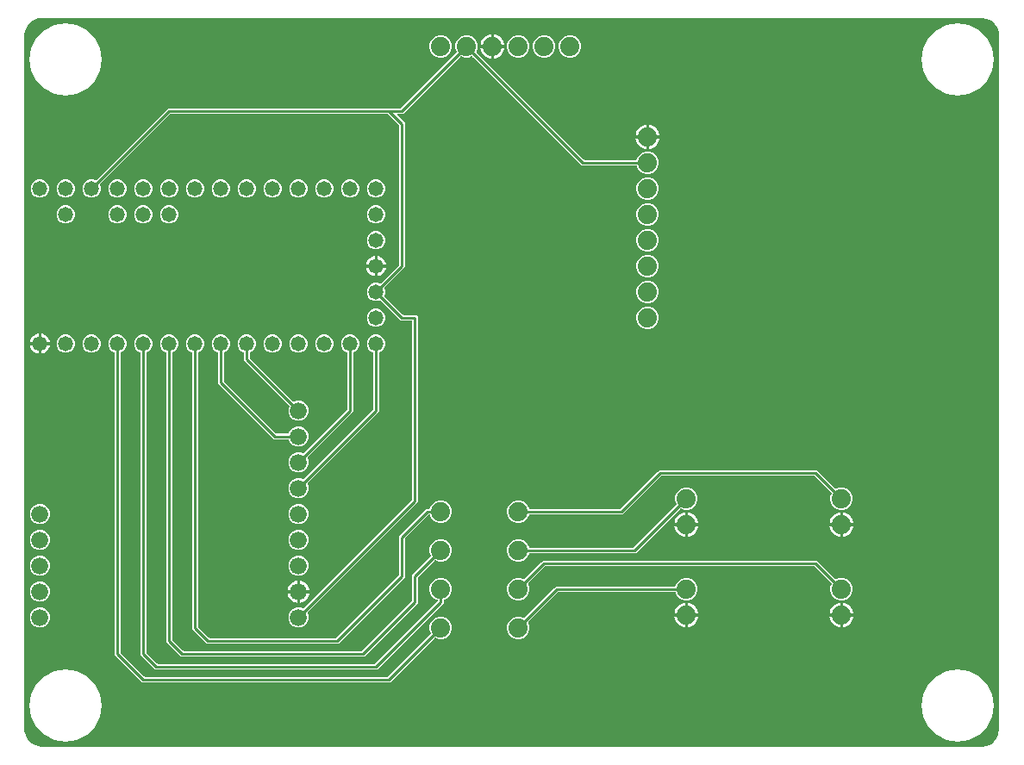
<source format=gbr>
G04 EAGLE Gerber X2 export*
%TF.Part,Single*%
%TF.FileFunction,Copper,L1,Top,Mixed*%
%TF.FilePolarity,Positive*%
%TF.GenerationSoftware,Autodesk,EAGLE,9.1.3*%
%TF.CreationDate,2020-01-09T21:36:22Z*%
G75*
%MOMM*%
%FSLAX34Y34*%
%LPD*%
%AMOC8*
5,1,8,0,0,1.08239X$1,22.5*%
G01*
%ADD10C,1.879600*%
%ADD11C,1.676400*%
%ADD12C,1.473200*%
%ADD13C,0.254000*%

G36*
X855070Y213364D02*
X855070Y213364D01*
X855110Y213363D01*
X856673Y213493D01*
X856974Y213397D01*
X857007Y213392D01*
X857039Y213379D01*
X857206Y213361D01*
X1777347Y213361D01*
X1777379Y213366D01*
X1777459Y213369D01*
X1779392Y213658D01*
X1779415Y213665D01*
X1779536Y213694D01*
X1783682Y215182D01*
X1783696Y215190D01*
X1783711Y215194D01*
X1783859Y215273D01*
X1787478Y217784D01*
X1787490Y217795D01*
X1787503Y217802D01*
X1787625Y217917D01*
X1790472Y221279D01*
X1790480Y221293D01*
X1790491Y221303D01*
X1790579Y221446D01*
X1792458Y225430D01*
X1792463Y225445D01*
X1792471Y225459D01*
X1792519Y225619D01*
X1793303Y229954D01*
X1793303Y229978D01*
X1793315Y230103D01*
X1793301Y230891D01*
X1793300Y230900D01*
X1793301Y230909D01*
X1793291Y230954D01*
X1793290Y231008D01*
X1793263Y231101D01*
X1793257Y231133D01*
X1793250Y231146D01*
X1793243Y231169D01*
X1793239Y231179D01*
X1793239Y232747D01*
X1793236Y232770D01*
X1793237Y232810D01*
X1793107Y234373D01*
X1793203Y234674D01*
X1793208Y234707D01*
X1793221Y234739D01*
X1793239Y234906D01*
X1793239Y913747D01*
X1793234Y913779D01*
X1793231Y913859D01*
X1792942Y915792D01*
X1792935Y915815D01*
X1792906Y915936D01*
X1791418Y920082D01*
X1791410Y920096D01*
X1791406Y920111D01*
X1791327Y920259D01*
X1788816Y923878D01*
X1788805Y923890D01*
X1788798Y923903D01*
X1788683Y924025D01*
X1785321Y926872D01*
X1785307Y926880D01*
X1785297Y926891D01*
X1785154Y926979D01*
X1781170Y928858D01*
X1781155Y928863D01*
X1781141Y928871D01*
X1780981Y928919D01*
X1777065Y929627D01*
X1777035Y929628D01*
X1776930Y929639D01*
X1773853Y929639D01*
X1773830Y929636D01*
X1773790Y929637D01*
X1772227Y929507D01*
X1771926Y929603D01*
X1771893Y929608D01*
X1771861Y929621D01*
X1771694Y929639D01*
X851574Y929639D01*
X851541Y929634D01*
X851451Y929629D01*
X849068Y929241D01*
X849063Y929240D01*
X849057Y929239D01*
X848896Y929192D01*
X844028Y927151D01*
X843997Y927132D01*
X843963Y927120D01*
X843825Y927026D01*
X839826Y923580D01*
X839803Y923552D01*
X839774Y923531D01*
X839672Y923398D01*
X836933Y918885D01*
X836919Y918852D01*
X836899Y918823D01*
X836842Y918665D01*
X835632Y913526D01*
X835632Y913520D01*
X835630Y913515D01*
X835612Y913348D01*
X835617Y912074D01*
X835628Y912011D01*
X835629Y911947D01*
X835653Y911864D01*
X835658Y911831D01*
X835661Y911827D01*
X835661Y910253D01*
X835664Y910230D01*
X835663Y910190D01*
X835793Y908627D01*
X835697Y908326D01*
X835692Y908293D01*
X835679Y908261D01*
X835661Y908094D01*
X835661Y229261D01*
X835666Y229228D01*
X835670Y229145D01*
X835993Y227046D01*
X835998Y227034D01*
X836034Y226892D01*
X837716Y222475D01*
X837728Y222455D01*
X837734Y222433D01*
X837819Y222288D01*
X840660Y218511D01*
X840677Y218495D01*
X840689Y218475D01*
X840811Y218360D01*
X844588Y215519D01*
X844609Y215509D01*
X844626Y215493D01*
X844775Y215416D01*
X849192Y213734D01*
X849204Y213732D01*
X849346Y213693D01*
X851445Y213370D01*
X851478Y213370D01*
X851561Y213361D01*
X855047Y213361D01*
X855070Y213364D01*
G37*
%LPC*%
G36*
X1102929Y330493D02*
X1102929Y330493D01*
X1099288Y332001D01*
X1096501Y334788D01*
X1094993Y338429D01*
X1094993Y342371D01*
X1096501Y346012D01*
X1099288Y348799D01*
X1102929Y350307D01*
X1106871Y350307D01*
X1109218Y349335D01*
X1109331Y349308D01*
X1109445Y349279D01*
X1109451Y349280D01*
X1109457Y349278D01*
X1109574Y349289D01*
X1109690Y349298D01*
X1109696Y349301D01*
X1109702Y349301D01*
X1109810Y349349D01*
X1109916Y349395D01*
X1109922Y349399D01*
X1109927Y349401D01*
X1109940Y349414D01*
X1110047Y349500D01*
X1216182Y455635D01*
X1216235Y455709D01*
X1216295Y455778D01*
X1216307Y455808D01*
X1216326Y455834D01*
X1216353Y455921D01*
X1216387Y456006D01*
X1216391Y456047D01*
X1216398Y456069D01*
X1216397Y456102D01*
X1216405Y456173D01*
X1216405Y631444D01*
X1216402Y631464D01*
X1216404Y631483D01*
X1216382Y631585D01*
X1216366Y631687D01*
X1216356Y631704D01*
X1216352Y631724D01*
X1216299Y631813D01*
X1216250Y631904D01*
X1216236Y631918D01*
X1216226Y631935D01*
X1216147Y632002D01*
X1216072Y632074D01*
X1216054Y632082D01*
X1216039Y632095D01*
X1215943Y632134D01*
X1215849Y632177D01*
X1215829Y632179D01*
X1215811Y632187D01*
X1215644Y632205D01*
X1205342Y632205D01*
X1185470Y652078D01*
X1185375Y652146D01*
X1185281Y652216D01*
X1185275Y652218D01*
X1185270Y652222D01*
X1185159Y652256D01*
X1185047Y652292D01*
X1185041Y652292D01*
X1185035Y652294D01*
X1184918Y652291D01*
X1184801Y652290D01*
X1184794Y652288D01*
X1184789Y652288D01*
X1184771Y652281D01*
X1184640Y652243D01*
X1182868Y651509D01*
X1179332Y651509D01*
X1176064Y652863D01*
X1173563Y655364D01*
X1172209Y658632D01*
X1172209Y662168D01*
X1173563Y665436D01*
X1176064Y667937D01*
X1179332Y669291D01*
X1182868Y669291D01*
X1184640Y668557D01*
X1184754Y668530D01*
X1184867Y668502D01*
X1184873Y668502D01*
X1184879Y668501D01*
X1184996Y668512D01*
X1185112Y668521D01*
X1185118Y668523D01*
X1185124Y668524D01*
X1185232Y668572D01*
X1185339Y668617D01*
X1185344Y668622D01*
X1185349Y668624D01*
X1185363Y668637D01*
X1185470Y668722D01*
X1203482Y686735D01*
X1203535Y686809D01*
X1203595Y686878D01*
X1203607Y686908D01*
X1203626Y686934D01*
X1203653Y687021D01*
X1203687Y687106D01*
X1203691Y687147D01*
X1203698Y687169D01*
X1203697Y687202D01*
X1203705Y687273D01*
X1203705Y824027D01*
X1203691Y824117D01*
X1203683Y824208D01*
X1203671Y824238D01*
X1203666Y824270D01*
X1203623Y824350D01*
X1203587Y824434D01*
X1203561Y824466D01*
X1203550Y824487D01*
X1203527Y824509D01*
X1203482Y824565D01*
X1192865Y835182D01*
X1192791Y835235D01*
X1192722Y835295D01*
X1192692Y835307D01*
X1192666Y835326D01*
X1192579Y835353D01*
X1192494Y835387D01*
X1192453Y835391D01*
X1192431Y835398D01*
X1192398Y835397D01*
X1192327Y835405D01*
X979373Y835405D01*
X979283Y835391D01*
X979192Y835383D01*
X979162Y835371D01*
X979130Y835366D01*
X979050Y835323D01*
X978966Y835287D01*
X978934Y835261D01*
X978913Y835250D01*
X978891Y835227D01*
X978835Y835182D01*
X910022Y766370D01*
X909954Y766275D01*
X909884Y766181D01*
X909882Y766175D01*
X909878Y766170D01*
X909844Y766059D01*
X909808Y765947D01*
X909808Y765941D01*
X909806Y765935D01*
X909809Y765818D01*
X909810Y765701D01*
X909812Y765694D01*
X909812Y765689D01*
X909819Y765671D01*
X909857Y765540D01*
X910591Y763768D01*
X910591Y760232D01*
X909237Y756964D01*
X906736Y754463D01*
X903468Y753109D01*
X899932Y753109D01*
X896664Y754463D01*
X894163Y756964D01*
X892809Y760232D01*
X892809Y763768D01*
X894163Y767036D01*
X896664Y769537D01*
X899932Y770891D01*
X903468Y770891D01*
X905240Y770157D01*
X905354Y770130D01*
X905467Y770102D01*
X905473Y770102D01*
X905479Y770101D01*
X905596Y770112D01*
X905712Y770121D01*
X905718Y770123D01*
X905724Y770124D01*
X905832Y770172D01*
X905939Y770217D01*
X905944Y770222D01*
X905949Y770224D01*
X905963Y770237D01*
X906070Y770322D01*
X974882Y839135D01*
X976742Y840995D01*
X1205027Y840995D01*
X1205117Y841009D01*
X1205208Y841017D01*
X1205238Y841029D01*
X1205270Y841034D01*
X1205350Y841077D01*
X1205434Y841113D01*
X1205466Y841139D01*
X1205487Y841150D01*
X1205509Y841173D01*
X1205565Y841218D01*
X1260123Y895775D01*
X1260191Y895870D01*
X1260261Y895964D01*
X1260263Y895970D01*
X1260266Y895975D01*
X1260300Y896086D01*
X1260337Y896198D01*
X1260337Y896204D01*
X1260339Y896210D01*
X1260336Y896327D01*
X1260335Y896444D01*
X1260332Y896451D01*
X1260332Y896456D01*
X1260326Y896473D01*
X1260288Y896605D01*
X1259077Y899527D01*
X1259077Y903873D01*
X1260740Y907887D01*
X1263813Y910960D01*
X1267827Y912623D01*
X1272173Y912623D01*
X1276187Y910960D01*
X1279260Y907887D01*
X1280923Y903873D01*
X1280923Y899527D01*
X1279712Y896605D01*
X1279686Y896491D01*
X1279657Y896378D01*
X1279657Y896371D01*
X1279656Y896365D01*
X1279667Y896248D01*
X1279676Y896132D01*
X1279678Y896127D01*
X1279679Y896120D01*
X1279727Y896013D01*
X1279772Y895906D01*
X1279777Y895900D01*
X1279779Y895896D01*
X1279792Y895882D01*
X1279877Y895775D01*
X1385235Y790418D01*
X1385309Y790365D01*
X1385378Y790305D01*
X1385408Y790293D01*
X1385434Y790274D01*
X1385521Y790247D01*
X1385606Y790213D01*
X1385647Y790209D01*
X1385669Y790202D01*
X1385702Y790203D01*
X1385773Y790195D01*
X1436626Y790195D01*
X1436741Y790214D01*
X1436857Y790231D01*
X1436863Y790233D01*
X1436869Y790234D01*
X1436972Y790289D01*
X1437076Y790342D01*
X1437081Y790347D01*
X1437086Y790350D01*
X1437166Y790434D01*
X1437249Y790518D01*
X1437252Y790524D01*
X1437256Y790528D01*
X1437264Y790545D01*
X1437330Y790665D01*
X1438540Y793587D01*
X1441613Y796660D01*
X1445627Y798323D01*
X1449973Y798323D01*
X1453987Y796660D01*
X1457060Y793587D01*
X1458723Y789573D01*
X1458723Y785227D01*
X1457060Y781213D01*
X1453987Y778140D01*
X1449973Y776477D01*
X1445627Y776477D01*
X1441613Y778140D01*
X1438540Y781213D01*
X1437330Y784135D01*
X1437268Y784235D01*
X1437208Y784335D01*
X1437203Y784339D01*
X1437200Y784344D01*
X1437110Y784419D01*
X1437021Y784495D01*
X1437015Y784497D01*
X1437011Y784501D01*
X1436902Y784543D01*
X1436793Y784587D01*
X1436785Y784588D01*
X1436781Y784589D01*
X1436763Y784590D01*
X1436626Y784605D01*
X1383142Y784605D01*
X1381282Y786465D01*
X1275925Y891823D01*
X1275830Y891891D01*
X1275736Y891961D01*
X1275730Y891963D01*
X1275725Y891966D01*
X1275614Y892000D01*
X1275502Y892037D01*
X1275496Y892037D01*
X1275490Y892039D01*
X1275373Y892036D01*
X1275256Y892035D01*
X1275249Y892032D01*
X1275244Y892032D01*
X1275227Y892026D01*
X1275095Y891988D01*
X1272173Y890777D01*
X1267827Y890777D01*
X1264905Y891988D01*
X1264791Y892014D01*
X1264678Y892043D01*
X1264671Y892043D01*
X1264665Y892044D01*
X1264549Y892033D01*
X1264432Y892024D01*
X1264427Y892022D01*
X1264420Y892021D01*
X1264313Y891973D01*
X1264206Y891928D01*
X1264200Y891923D01*
X1264196Y891921D01*
X1264182Y891908D01*
X1264075Y891823D01*
X1209518Y837265D01*
X1207658Y835405D01*
X1202385Y835405D01*
X1202314Y835394D01*
X1202242Y835392D01*
X1202193Y835374D01*
X1202142Y835366D01*
X1202079Y835332D01*
X1202011Y835307D01*
X1201971Y835275D01*
X1201925Y835250D01*
X1201875Y835198D01*
X1201819Y835154D01*
X1201791Y835110D01*
X1201755Y835072D01*
X1201725Y835007D01*
X1201686Y834947D01*
X1201674Y834896D01*
X1201652Y834849D01*
X1201644Y834778D01*
X1201626Y834708D01*
X1201630Y834656D01*
X1201625Y834605D01*
X1201640Y834534D01*
X1201645Y834463D01*
X1201666Y834415D01*
X1201677Y834364D01*
X1201714Y834303D01*
X1201742Y834237D01*
X1201787Y834181D01*
X1201803Y834153D01*
X1201821Y834138D01*
X1201847Y834106D01*
X1209295Y826658D01*
X1209295Y684642D01*
X1207435Y682782D01*
X1189422Y664770D01*
X1189354Y664675D01*
X1189284Y664581D01*
X1189282Y664575D01*
X1189278Y664570D01*
X1189244Y664459D01*
X1189208Y664347D01*
X1189208Y664341D01*
X1189206Y664335D01*
X1189209Y664218D01*
X1189210Y664101D01*
X1189212Y664094D01*
X1189212Y664089D01*
X1189219Y664071D01*
X1189257Y663940D01*
X1189991Y662168D01*
X1189991Y658632D01*
X1189257Y656860D01*
X1189230Y656746D01*
X1189202Y656633D01*
X1189202Y656627D01*
X1189201Y656621D01*
X1189212Y656504D01*
X1189221Y656388D01*
X1189223Y656382D01*
X1189224Y656376D01*
X1189272Y656268D01*
X1189317Y656161D01*
X1189322Y656156D01*
X1189324Y656151D01*
X1189337Y656137D01*
X1189422Y656030D01*
X1207435Y638018D01*
X1207509Y637965D01*
X1207578Y637905D01*
X1207608Y637893D01*
X1207634Y637874D01*
X1207721Y637847D01*
X1207806Y637813D01*
X1207847Y637809D01*
X1207869Y637802D01*
X1207902Y637803D01*
X1207973Y637795D01*
X1220358Y637795D01*
X1221995Y636158D01*
X1221995Y453542D01*
X1220135Y451682D01*
X1114000Y345547D01*
X1113932Y345453D01*
X1113862Y345359D01*
X1113860Y345353D01*
X1113856Y345347D01*
X1113822Y345237D01*
X1113785Y345125D01*
X1113786Y345118D01*
X1113784Y345112D01*
X1113787Y344996D01*
X1113788Y344879D01*
X1113790Y344872D01*
X1113790Y344867D01*
X1113796Y344849D01*
X1113835Y344718D01*
X1114807Y342371D01*
X1114807Y338429D01*
X1113299Y334788D01*
X1110512Y332001D01*
X1106871Y330493D01*
X1102929Y330493D01*
G37*
%LPD*%
%LPC*%
G36*
X951342Y276605D02*
X951342Y276605D01*
X924305Y303642D01*
X924305Y600626D01*
X924286Y600740D01*
X924269Y600857D01*
X924267Y600862D01*
X924266Y600868D01*
X924211Y600971D01*
X924158Y601076D01*
X924153Y601080D01*
X924150Y601086D01*
X924066Y601166D01*
X923982Y601248D01*
X923976Y601252D01*
X923972Y601255D01*
X923955Y601263D01*
X923835Y601329D01*
X922064Y602063D01*
X919563Y604564D01*
X918209Y607832D01*
X918209Y611368D01*
X919563Y614636D01*
X922064Y617137D01*
X925332Y618491D01*
X928868Y618491D01*
X932136Y617137D01*
X934637Y614636D01*
X935991Y611368D01*
X935991Y607832D01*
X934637Y604564D01*
X932136Y602063D01*
X930365Y601329D01*
X930265Y601267D01*
X930165Y601207D01*
X930161Y601203D01*
X930156Y601199D01*
X930081Y601110D01*
X930005Y601021D01*
X930003Y601015D01*
X929999Y601010D01*
X929957Y600902D01*
X929913Y600792D01*
X929912Y600785D01*
X929911Y600780D01*
X929910Y600762D01*
X929895Y600626D01*
X929895Y306273D01*
X929909Y306183D01*
X929917Y306092D01*
X929929Y306062D01*
X929934Y306030D01*
X929977Y305950D01*
X930013Y305866D01*
X930039Y305834D01*
X930050Y305813D01*
X930073Y305791D01*
X930118Y305735D01*
X953435Y282418D01*
X953509Y282365D01*
X953578Y282305D01*
X953608Y282293D01*
X953634Y282274D01*
X953721Y282247D01*
X953806Y282213D01*
X953847Y282209D01*
X953869Y282202D01*
X953902Y282203D01*
X953973Y282195D01*
X1192327Y282195D01*
X1192417Y282209D01*
X1192508Y282217D01*
X1192538Y282229D01*
X1192570Y282234D01*
X1192650Y282277D01*
X1192734Y282313D01*
X1192766Y282339D01*
X1192787Y282350D01*
X1192809Y282373D01*
X1192865Y282418D01*
X1234723Y324275D01*
X1234791Y324370D01*
X1234861Y324464D01*
X1234863Y324470D01*
X1234866Y324475D01*
X1234900Y324586D01*
X1234937Y324698D01*
X1234937Y324704D01*
X1234939Y324710D01*
X1234936Y324827D01*
X1234935Y324944D01*
X1234932Y324951D01*
X1234932Y324956D01*
X1234926Y324973D01*
X1234888Y325105D01*
X1233677Y328027D01*
X1233677Y332373D01*
X1235340Y336387D01*
X1238413Y339460D01*
X1242427Y341123D01*
X1246773Y341123D01*
X1250787Y339460D01*
X1253860Y336387D01*
X1255523Y332373D01*
X1255523Y328027D01*
X1253860Y324013D01*
X1250787Y320940D01*
X1246773Y319277D01*
X1242427Y319277D01*
X1239505Y320488D01*
X1239391Y320514D01*
X1239278Y320543D01*
X1239271Y320543D01*
X1239265Y320544D01*
X1239149Y320533D01*
X1239032Y320524D01*
X1239027Y320522D01*
X1239020Y320521D01*
X1238913Y320473D01*
X1238806Y320428D01*
X1238800Y320423D01*
X1238796Y320421D01*
X1238782Y320408D01*
X1238675Y320323D01*
X1194958Y276605D01*
X951342Y276605D01*
G37*
%LPD*%
%LPC*%
G36*
X964042Y289305D02*
X964042Y289305D01*
X949705Y303642D01*
X949705Y600626D01*
X949686Y600740D01*
X949669Y600857D01*
X949667Y600862D01*
X949666Y600868D01*
X949611Y600971D01*
X949558Y601076D01*
X949553Y601080D01*
X949550Y601086D01*
X949466Y601166D01*
X949382Y601248D01*
X949376Y601252D01*
X949372Y601255D01*
X949355Y601263D01*
X949235Y601329D01*
X947464Y602063D01*
X944963Y604564D01*
X943609Y607832D01*
X943609Y611368D01*
X944963Y614636D01*
X947464Y617137D01*
X950732Y618491D01*
X954268Y618491D01*
X957536Y617137D01*
X960037Y614636D01*
X961391Y611368D01*
X961391Y607832D01*
X960037Y604564D01*
X957536Y602063D01*
X955765Y601329D01*
X955665Y601267D01*
X955565Y601207D01*
X955561Y601203D01*
X955556Y601199D01*
X955481Y601110D01*
X955405Y601021D01*
X955403Y601015D01*
X955399Y601010D01*
X955357Y600902D01*
X955313Y600792D01*
X955312Y600785D01*
X955311Y600780D01*
X955310Y600762D01*
X955295Y600626D01*
X955295Y306273D01*
X955309Y306183D01*
X955317Y306092D01*
X955329Y306062D01*
X955334Y306030D01*
X955377Y305950D01*
X955413Y305866D01*
X955439Y305834D01*
X955450Y305813D01*
X955473Y305791D01*
X955518Y305735D01*
X966135Y295118D01*
X966209Y295065D01*
X966278Y295005D01*
X966308Y294993D01*
X966334Y294974D01*
X966421Y294947D01*
X966506Y294913D01*
X966547Y294909D01*
X966569Y294902D01*
X966602Y294903D01*
X966673Y294895D01*
X1179627Y294895D01*
X1179717Y294909D01*
X1179808Y294917D01*
X1179838Y294929D01*
X1179870Y294934D01*
X1179950Y294977D01*
X1180034Y295013D01*
X1180066Y295039D01*
X1180087Y295050D01*
X1180109Y295073D01*
X1180165Y295118D01*
X1241582Y356535D01*
X1241635Y356609D01*
X1241695Y356678D01*
X1241707Y356708D01*
X1241726Y356734D01*
X1241753Y356821D01*
X1241787Y356906D01*
X1241791Y356947D01*
X1241798Y356969D01*
X1241797Y357002D01*
X1241805Y357073D01*
X1241805Y357126D01*
X1241792Y357207D01*
X1241792Y357215D01*
X1241790Y357221D01*
X1241786Y357241D01*
X1241769Y357357D01*
X1241767Y357363D01*
X1241766Y357369D01*
X1241711Y357472D01*
X1241658Y357576D01*
X1241653Y357581D01*
X1241650Y357586D01*
X1241566Y357666D01*
X1241482Y357749D01*
X1241476Y357752D01*
X1241472Y357756D01*
X1241455Y357764D01*
X1241335Y357830D01*
X1238413Y359040D01*
X1235340Y362113D01*
X1233677Y366127D01*
X1233677Y370473D01*
X1235340Y374487D01*
X1238413Y377560D01*
X1242427Y379223D01*
X1246773Y379223D01*
X1250787Y377560D01*
X1253860Y374487D01*
X1255523Y370473D01*
X1255523Y366127D01*
X1253860Y362113D01*
X1250787Y359040D01*
X1247865Y357830D01*
X1247765Y357768D01*
X1247665Y357708D01*
X1247661Y357703D01*
X1247656Y357700D01*
X1247581Y357610D01*
X1247505Y357521D01*
X1247503Y357515D01*
X1247499Y357511D01*
X1247457Y357402D01*
X1247413Y357293D01*
X1247412Y357285D01*
X1247411Y357281D01*
X1247410Y357263D01*
X1247395Y357126D01*
X1247395Y354442D01*
X1182258Y289305D01*
X964042Y289305D01*
G37*
%LPD*%
%LPC*%
G36*
X989442Y302005D02*
X989442Y302005D01*
X975105Y316342D01*
X975105Y600626D01*
X975086Y600740D01*
X975069Y600857D01*
X975067Y600862D01*
X975066Y600868D01*
X975011Y600971D01*
X974958Y601076D01*
X974953Y601080D01*
X974950Y601086D01*
X974866Y601166D01*
X974782Y601248D01*
X974776Y601252D01*
X974772Y601255D01*
X974755Y601263D01*
X974635Y601329D01*
X972864Y602063D01*
X970363Y604564D01*
X969009Y607832D01*
X969009Y611368D01*
X970363Y614636D01*
X972864Y617137D01*
X976132Y618491D01*
X979668Y618491D01*
X982936Y617137D01*
X985437Y614636D01*
X986791Y611368D01*
X986791Y607832D01*
X985437Y604564D01*
X982936Y602063D01*
X981165Y601329D01*
X981065Y601267D01*
X980965Y601207D01*
X980961Y601203D01*
X980956Y601199D01*
X980881Y601110D01*
X980805Y601021D01*
X980803Y601015D01*
X980799Y601010D01*
X980757Y600902D01*
X980713Y600792D01*
X980712Y600785D01*
X980711Y600780D01*
X980710Y600762D01*
X980695Y600626D01*
X980695Y318973D01*
X980709Y318883D01*
X980717Y318792D01*
X980729Y318762D01*
X980734Y318730D01*
X980777Y318650D01*
X980813Y318566D01*
X980839Y318534D01*
X980850Y318513D01*
X980873Y318491D01*
X980918Y318435D01*
X991535Y307818D01*
X991609Y307765D01*
X991678Y307705D01*
X991708Y307693D01*
X991734Y307674D01*
X991821Y307647D01*
X991906Y307613D01*
X991947Y307609D01*
X991969Y307602D01*
X992002Y307603D01*
X992073Y307595D01*
X1166927Y307595D01*
X1167017Y307609D01*
X1167108Y307617D01*
X1167138Y307629D01*
X1167170Y307634D01*
X1167250Y307677D01*
X1167334Y307713D01*
X1167366Y307739D01*
X1167387Y307750D01*
X1167409Y307773D01*
X1167465Y307818D01*
X1216182Y356535D01*
X1216235Y356609D01*
X1216295Y356678D01*
X1216307Y356708D01*
X1216326Y356734D01*
X1216353Y356821D01*
X1216387Y356906D01*
X1216391Y356947D01*
X1216398Y356969D01*
X1216397Y357002D01*
X1216405Y357073D01*
X1216405Y382158D01*
X1234723Y400475D01*
X1234791Y400570D01*
X1234861Y400664D01*
X1234863Y400670D01*
X1234866Y400675D01*
X1234900Y400786D01*
X1234937Y400898D01*
X1234937Y400904D01*
X1234939Y400910D01*
X1234936Y401027D01*
X1234935Y401144D01*
X1234932Y401151D01*
X1234932Y401156D01*
X1234926Y401173D01*
X1234888Y401305D01*
X1233677Y404227D01*
X1233677Y408573D01*
X1235340Y412587D01*
X1238413Y415660D01*
X1242427Y417323D01*
X1246773Y417323D01*
X1250787Y415660D01*
X1253860Y412587D01*
X1255523Y408573D01*
X1255523Y404227D01*
X1253860Y400213D01*
X1250787Y397140D01*
X1246773Y395477D01*
X1242427Y395477D01*
X1239505Y396688D01*
X1239391Y396714D01*
X1239278Y396743D01*
X1239271Y396743D01*
X1239265Y396744D01*
X1239149Y396733D01*
X1239032Y396724D01*
X1239027Y396722D01*
X1239020Y396721D01*
X1238913Y396673D01*
X1238806Y396628D01*
X1238800Y396623D01*
X1238796Y396621D01*
X1238782Y396608D01*
X1238675Y396523D01*
X1222218Y380065D01*
X1222165Y379991D01*
X1222105Y379922D01*
X1222093Y379892D01*
X1222074Y379866D01*
X1222047Y379779D01*
X1222013Y379694D01*
X1222009Y379653D01*
X1222002Y379631D01*
X1222003Y379598D01*
X1221995Y379527D01*
X1221995Y354442D01*
X1169558Y302005D01*
X989442Y302005D01*
G37*
%LPD*%
%LPC*%
G36*
X865314Y855189D02*
X865314Y855189D01*
X855403Y860238D01*
X847538Y868104D01*
X842489Y878014D01*
X840749Y889000D01*
X842489Y899986D01*
X847538Y909897D01*
X855403Y917762D01*
X865314Y922811D01*
X876300Y924551D01*
X887286Y922811D01*
X897197Y917762D01*
X905062Y909897D01*
X910111Y899986D01*
X911851Y889000D01*
X910111Y878014D01*
X905062Y868103D01*
X897197Y860238D01*
X887286Y855189D01*
X876300Y853449D01*
X865314Y855189D01*
G37*
%LPD*%
%LPC*%
G36*
X865314Y220189D02*
X865314Y220189D01*
X855403Y225238D01*
X847538Y233103D01*
X842489Y243014D01*
X840749Y254000D01*
X842489Y264986D01*
X847538Y274897D01*
X855403Y282762D01*
X865314Y287811D01*
X876300Y289551D01*
X887286Y287811D01*
X897197Y282762D01*
X905062Y274896D01*
X910111Y264986D01*
X911851Y254000D01*
X910111Y243014D01*
X905062Y233103D01*
X897197Y225238D01*
X887286Y220189D01*
X876300Y218449D01*
X865314Y220189D01*
G37*
%LPD*%
%LPC*%
G36*
X1741614Y220189D02*
X1741614Y220189D01*
X1731703Y225238D01*
X1723838Y233103D01*
X1718789Y243014D01*
X1717049Y254000D01*
X1718789Y264986D01*
X1723838Y274897D01*
X1731703Y282762D01*
X1741614Y287811D01*
X1752600Y289551D01*
X1763586Y287811D01*
X1773497Y282762D01*
X1781362Y274897D01*
X1786411Y264986D01*
X1788151Y254000D01*
X1786411Y243014D01*
X1781362Y233103D01*
X1773496Y225238D01*
X1763586Y220189D01*
X1752600Y218449D01*
X1741614Y220189D01*
G37*
%LPD*%
%LPC*%
G36*
X1741614Y855189D02*
X1741614Y855189D01*
X1731703Y860238D01*
X1723838Y868103D01*
X1718789Y878014D01*
X1717049Y889000D01*
X1718789Y899986D01*
X1723838Y909897D01*
X1731703Y917762D01*
X1741614Y922811D01*
X1752600Y924551D01*
X1763586Y922811D01*
X1773497Y917762D01*
X1781362Y909897D01*
X1786411Y899986D01*
X1788151Y889000D01*
X1786411Y878014D01*
X1781362Y868103D01*
X1773497Y860238D01*
X1763586Y855189D01*
X1752600Y853449D01*
X1741614Y855189D01*
G37*
%LPD*%
%LPC*%
G36*
X1014842Y314705D02*
X1014842Y314705D01*
X1000505Y329042D01*
X1000505Y600626D01*
X1000486Y600740D01*
X1000469Y600857D01*
X1000467Y600862D01*
X1000466Y600868D01*
X1000411Y600971D01*
X1000358Y601076D01*
X1000353Y601080D01*
X1000350Y601086D01*
X1000266Y601166D01*
X1000182Y601248D01*
X1000176Y601252D01*
X1000172Y601255D01*
X1000155Y601263D01*
X1000035Y601329D01*
X998264Y602063D01*
X995763Y604564D01*
X994409Y607832D01*
X994409Y611368D01*
X995763Y614636D01*
X998264Y617137D01*
X1001532Y618491D01*
X1005068Y618491D01*
X1008336Y617137D01*
X1010837Y614636D01*
X1012191Y611368D01*
X1012191Y607832D01*
X1010837Y604564D01*
X1008336Y602063D01*
X1006565Y601329D01*
X1006465Y601267D01*
X1006365Y601207D01*
X1006361Y601203D01*
X1006356Y601199D01*
X1006281Y601110D01*
X1006205Y601021D01*
X1006203Y601015D01*
X1006199Y601010D01*
X1006157Y600902D01*
X1006113Y600792D01*
X1006112Y600785D01*
X1006111Y600780D01*
X1006110Y600762D01*
X1006095Y600626D01*
X1006095Y331673D01*
X1006109Y331583D01*
X1006117Y331492D01*
X1006129Y331462D01*
X1006134Y331430D01*
X1006177Y331350D01*
X1006213Y331266D01*
X1006239Y331234D01*
X1006250Y331213D01*
X1006273Y331191D01*
X1006318Y331135D01*
X1016935Y320518D01*
X1017009Y320465D01*
X1017078Y320405D01*
X1017108Y320393D01*
X1017134Y320374D01*
X1017221Y320347D01*
X1017306Y320313D01*
X1017347Y320309D01*
X1017369Y320302D01*
X1017402Y320303D01*
X1017473Y320295D01*
X1141527Y320295D01*
X1141617Y320309D01*
X1141708Y320317D01*
X1141738Y320329D01*
X1141770Y320334D01*
X1141850Y320377D01*
X1141934Y320413D01*
X1141966Y320439D01*
X1141987Y320450D01*
X1142009Y320473D01*
X1142065Y320518D01*
X1203482Y381935D01*
X1203535Y382009D01*
X1203595Y382078D01*
X1203607Y382108D01*
X1203626Y382134D01*
X1203653Y382221D01*
X1203687Y382306D01*
X1203691Y382347D01*
X1203698Y382369D01*
X1203697Y382402D01*
X1203705Y382473D01*
X1203705Y420258D01*
X1230742Y447295D01*
X1233426Y447295D01*
X1233541Y447314D01*
X1233657Y447331D01*
X1233663Y447333D01*
X1233669Y447334D01*
X1233772Y447389D01*
X1233876Y447442D01*
X1233881Y447447D01*
X1233886Y447450D01*
X1233966Y447534D01*
X1234049Y447618D01*
X1234052Y447624D01*
X1234056Y447628D01*
X1234064Y447645D01*
X1234130Y447765D01*
X1235340Y450687D01*
X1238413Y453760D01*
X1242427Y455423D01*
X1246773Y455423D01*
X1250787Y453760D01*
X1253860Y450687D01*
X1255523Y446673D01*
X1255523Y442327D01*
X1253860Y438313D01*
X1250787Y435240D01*
X1246773Y433577D01*
X1242427Y433577D01*
X1238413Y435240D01*
X1235340Y438313D01*
X1234130Y441235D01*
X1234068Y441335D01*
X1234008Y441435D01*
X1234003Y441439D01*
X1234000Y441444D01*
X1233910Y441519D01*
X1233821Y441595D01*
X1233815Y441597D01*
X1233811Y441601D01*
X1233702Y441643D01*
X1233593Y441687D01*
X1233585Y441688D01*
X1233581Y441689D01*
X1233563Y441690D01*
X1233426Y441705D01*
X1233373Y441705D01*
X1233339Y441700D01*
X1233335Y441700D01*
X1233329Y441698D01*
X1233283Y441691D01*
X1233192Y441683D01*
X1233162Y441671D01*
X1233130Y441666D01*
X1233050Y441623D01*
X1232966Y441587D01*
X1232934Y441561D01*
X1232913Y441550D01*
X1232891Y441527D01*
X1232835Y441482D01*
X1209518Y418165D01*
X1209465Y418091D01*
X1209405Y418022D01*
X1209393Y417992D01*
X1209374Y417966D01*
X1209347Y417879D01*
X1209313Y417794D01*
X1209309Y417753D01*
X1209302Y417731D01*
X1209303Y417698D01*
X1209295Y417627D01*
X1209295Y379842D01*
X1144158Y314705D01*
X1014842Y314705D01*
G37*
%LPD*%
%LPC*%
G36*
X1318627Y433577D02*
X1318627Y433577D01*
X1314613Y435240D01*
X1311540Y438313D01*
X1309877Y442327D01*
X1309877Y446673D01*
X1311540Y450687D01*
X1314613Y453760D01*
X1318627Y455423D01*
X1322973Y455423D01*
X1326987Y453760D01*
X1330060Y450687D01*
X1331270Y447765D01*
X1331332Y447665D01*
X1331392Y447565D01*
X1331397Y447561D01*
X1331400Y447556D01*
X1331490Y447481D01*
X1331579Y447405D01*
X1331585Y447403D01*
X1331589Y447399D01*
X1331698Y447357D01*
X1331807Y447313D01*
X1331815Y447312D01*
X1331819Y447311D01*
X1331837Y447310D01*
X1331974Y447295D01*
X1420927Y447295D01*
X1421017Y447309D01*
X1421108Y447317D01*
X1421138Y447329D01*
X1421170Y447334D01*
X1421250Y447377D01*
X1421334Y447413D01*
X1421366Y447439D01*
X1421387Y447450D01*
X1421409Y447473D01*
X1421465Y447518D01*
X1457482Y483535D01*
X1459342Y485395D01*
X1614058Y485395D01*
X1632375Y467077D01*
X1632452Y467022D01*
X1632516Y466967D01*
X1632538Y466958D01*
X1632564Y466939D01*
X1632570Y466937D01*
X1632575Y466934D01*
X1632679Y466902D01*
X1632744Y466875D01*
X1632768Y466873D01*
X1632798Y466863D01*
X1632804Y466863D01*
X1632810Y466861D01*
X1632860Y466863D01*
X1632911Y466857D01*
X1632920Y466857D01*
X1632967Y466865D01*
X1633044Y466865D01*
X1633051Y466868D01*
X1633056Y466868D01*
X1633073Y466874D01*
X1633137Y466892D01*
X1633163Y466897D01*
X1633177Y466904D01*
X1633205Y466912D01*
X1636127Y468123D01*
X1640473Y468123D01*
X1644487Y466460D01*
X1647560Y463387D01*
X1649223Y459373D01*
X1649223Y455027D01*
X1647560Y451013D01*
X1644487Y447940D01*
X1640473Y446277D01*
X1636127Y446277D01*
X1632113Y447940D01*
X1629040Y451013D01*
X1627377Y455027D01*
X1627377Y459373D01*
X1628588Y462295D01*
X1628614Y462409D01*
X1628643Y462522D01*
X1628643Y462529D01*
X1628644Y462535D01*
X1628633Y462651D01*
X1628624Y462768D01*
X1628622Y462773D01*
X1628621Y462780D01*
X1628573Y462887D01*
X1628528Y462994D01*
X1628523Y463000D01*
X1628521Y463004D01*
X1628508Y463018D01*
X1628423Y463125D01*
X1611965Y479582D01*
X1611891Y479635D01*
X1611822Y479695D01*
X1611792Y479707D01*
X1611766Y479726D01*
X1611679Y479753D01*
X1611594Y479787D01*
X1611553Y479791D01*
X1611531Y479798D01*
X1611498Y479797D01*
X1611427Y479805D01*
X1461973Y479805D01*
X1461883Y479791D01*
X1461792Y479783D01*
X1461762Y479771D01*
X1461730Y479766D01*
X1461649Y479723D01*
X1461566Y479687D01*
X1461533Y479661D01*
X1461513Y479650D01*
X1461506Y479644D01*
X1461506Y479643D01*
X1461489Y479626D01*
X1461435Y479582D01*
X1423558Y441705D01*
X1331974Y441705D01*
X1331859Y441686D01*
X1331743Y441669D01*
X1331737Y441667D01*
X1331731Y441666D01*
X1331628Y441611D01*
X1331524Y441558D01*
X1331519Y441553D01*
X1331514Y441550D01*
X1331434Y441466D01*
X1331351Y441382D01*
X1331348Y441376D01*
X1331344Y441372D01*
X1331336Y441355D01*
X1331270Y441235D01*
X1330060Y438313D01*
X1326987Y435240D01*
X1322973Y433577D01*
X1318627Y433577D01*
G37*
%LPD*%
%LPC*%
G36*
X1318627Y357377D02*
X1318627Y357377D01*
X1314613Y359040D01*
X1311540Y362113D01*
X1309877Y366127D01*
X1309877Y370473D01*
X1311540Y374487D01*
X1314613Y377560D01*
X1318627Y379223D01*
X1322973Y379223D01*
X1325895Y378012D01*
X1326009Y377986D01*
X1326122Y377957D01*
X1326129Y377957D01*
X1326135Y377956D01*
X1326251Y377967D01*
X1326368Y377976D01*
X1326373Y377978D01*
X1326380Y377979D01*
X1326487Y378027D01*
X1326594Y378072D01*
X1326600Y378077D01*
X1326604Y378079D01*
X1326618Y378092D01*
X1326725Y378177D01*
X1343182Y394635D01*
X1345042Y396495D01*
X1614058Y396495D01*
X1615918Y394635D01*
X1632375Y378177D01*
X1632470Y378109D01*
X1632564Y378039D01*
X1632570Y378037D01*
X1632575Y378034D01*
X1632686Y378000D01*
X1632798Y377963D01*
X1632804Y377963D01*
X1632810Y377961D01*
X1632927Y377964D01*
X1633044Y377965D01*
X1633051Y377968D01*
X1633056Y377968D01*
X1633073Y377974D01*
X1633205Y378012D01*
X1636127Y379223D01*
X1640473Y379223D01*
X1644487Y377560D01*
X1647560Y374487D01*
X1649223Y370473D01*
X1649223Y366127D01*
X1647560Y362113D01*
X1644487Y359040D01*
X1640473Y357377D01*
X1636127Y357377D01*
X1632113Y359040D01*
X1629040Y362113D01*
X1627377Y366127D01*
X1627377Y370473D01*
X1628588Y373395D01*
X1628614Y373509D01*
X1628643Y373622D01*
X1628643Y373629D01*
X1628644Y373635D01*
X1628633Y373751D01*
X1628624Y373868D01*
X1628622Y373873D01*
X1628621Y373880D01*
X1628573Y373987D01*
X1628528Y374094D01*
X1628523Y374100D01*
X1628521Y374104D01*
X1628508Y374118D01*
X1628423Y374225D01*
X1611965Y390682D01*
X1611891Y390735D01*
X1611822Y390795D01*
X1611792Y390807D01*
X1611766Y390826D01*
X1611679Y390853D01*
X1611594Y390887D01*
X1611553Y390891D01*
X1611531Y390898D01*
X1611498Y390897D01*
X1611427Y390905D01*
X1347673Y390905D01*
X1347583Y390891D01*
X1347492Y390883D01*
X1347462Y390871D01*
X1347430Y390866D01*
X1347350Y390823D01*
X1347266Y390787D01*
X1347234Y390761D01*
X1347213Y390750D01*
X1347191Y390727D01*
X1347135Y390682D01*
X1330677Y374225D01*
X1330609Y374130D01*
X1330539Y374036D01*
X1330537Y374030D01*
X1330534Y374025D01*
X1330500Y373914D01*
X1330463Y373802D01*
X1330463Y373796D01*
X1330461Y373790D01*
X1330464Y373673D01*
X1330465Y373556D01*
X1330468Y373549D01*
X1330468Y373544D01*
X1330474Y373527D01*
X1330512Y373395D01*
X1331723Y370473D01*
X1331723Y366127D01*
X1330060Y362113D01*
X1326987Y359040D01*
X1322973Y357377D01*
X1318627Y357377D01*
G37*
%LPD*%
%LPC*%
G36*
X1318627Y395477D02*
X1318627Y395477D01*
X1314613Y397140D01*
X1311540Y400213D01*
X1309877Y404227D01*
X1309877Y408573D01*
X1311540Y412587D01*
X1314613Y415660D01*
X1318627Y417323D01*
X1322973Y417323D01*
X1326987Y415660D01*
X1330060Y412587D01*
X1331270Y409665D01*
X1331332Y409565D01*
X1331392Y409465D01*
X1331397Y409461D01*
X1331400Y409456D01*
X1331490Y409381D01*
X1331579Y409305D01*
X1331585Y409303D01*
X1331590Y409299D01*
X1331698Y409257D01*
X1331807Y409213D01*
X1331815Y409212D01*
X1331819Y409211D01*
X1331837Y409210D01*
X1331974Y409195D01*
X1433627Y409195D01*
X1433717Y409209D01*
X1433808Y409217D01*
X1433838Y409229D01*
X1433870Y409234D01*
X1433950Y409277D01*
X1434034Y409313D01*
X1434066Y409339D01*
X1434087Y409350D01*
X1434109Y409373D01*
X1434165Y409418D01*
X1476023Y451275D01*
X1476091Y451370D01*
X1476161Y451464D01*
X1476163Y451470D01*
X1476166Y451475D01*
X1476200Y451586D01*
X1476237Y451698D01*
X1476237Y451704D01*
X1476239Y451710D01*
X1476236Y451827D01*
X1476235Y451944D01*
X1476232Y451951D01*
X1476232Y451956D01*
X1476226Y451973D01*
X1476188Y452105D01*
X1474977Y455027D01*
X1474977Y459373D01*
X1476640Y463387D01*
X1479713Y466460D01*
X1483727Y468123D01*
X1488073Y468123D01*
X1492087Y466460D01*
X1495160Y463387D01*
X1496823Y459373D01*
X1496823Y455027D01*
X1495160Y451013D01*
X1492087Y447940D01*
X1488073Y446277D01*
X1483727Y446277D01*
X1480805Y447488D01*
X1480691Y447514D01*
X1480578Y447543D01*
X1480571Y447543D01*
X1480565Y447544D01*
X1480449Y447533D01*
X1480332Y447524D01*
X1480327Y447522D01*
X1480320Y447521D01*
X1480213Y447473D01*
X1480106Y447428D01*
X1480100Y447423D01*
X1480096Y447421D01*
X1480082Y447408D01*
X1479975Y447323D01*
X1436258Y403605D01*
X1331974Y403605D01*
X1331859Y403586D01*
X1331743Y403569D01*
X1331737Y403567D01*
X1331731Y403566D01*
X1331628Y403511D01*
X1331524Y403458D01*
X1331519Y403453D01*
X1331514Y403450D01*
X1331434Y403366D01*
X1331351Y403282D01*
X1331348Y403276D01*
X1331344Y403272D01*
X1331336Y403255D01*
X1331270Y403135D01*
X1330060Y400213D01*
X1326987Y397140D01*
X1322973Y395477D01*
X1318627Y395477D01*
G37*
%LPD*%
%LPC*%
G36*
X1318627Y319277D02*
X1318627Y319277D01*
X1314613Y320940D01*
X1311540Y324013D01*
X1309877Y328027D01*
X1309877Y332373D01*
X1311540Y336387D01*
X1314613Y339460D01*
X1318627Y341123D01*
X1322973Y341123D01*
X1325895Y339912D01*
X1326009Y339886D01*
X1326122Y339857D01*
X1326129Y339857D01*
X1326135Y339856D01*
X1326251Y339867D01*
X1326368Y339876D01*
X1326373Y339878D01*
X1326380Y339879D01*
X1326487Y339927D01*
X1326594Y339972D01*
X1326600Y339977D01*
X1326604Y339979D01*
X1326618Y339992D01*
X1326725Y340077D01*
X1355882Y369235D01*
X1357742Y371095D01*
X1474726Y371095D01*
X1474841Y371114D01*
X1474957Y371131D01*
X1474963Y371133D01*
X1474969Y371134D01*
X1475072Y371189D01*
X1475176Y371242D01*
X1475181Y371247D01*
X1475186Y371250D01*
X1475266Y371334D01*
X1475349Y371418D01*
X1475352Y371424D01*
X1475356Y371428D01*
X1475364Y371445D01*
X1475430Y371565D01*
X1476640Y374487D01*
X1479713Y377560D01*
X1483727Y379223D01*
X1488073Y379223D01*
X1492087Y377560D01*
X1495160Y374487D01*
X1496823Y370473D01*
X1496823Y366127D01*
X1495160Y362113D01*
X1492087Y359040D01*
X1488073Y357377D01*
X1483727Y357377D01*
X1479713Y359040D01*
X1476640Y362113D01*
X1475430Y365035D01*
X1475368Y365135D01*
X1475308Y365235D01*
X1475303Y365239D01*
X1475300Y365244D01*
X1475210Y365319D01*
X1475121Y365395D01*
X1475115Y365397D01*
X1475111Y365401D01*
X1475002Y365443D01*
X1474893Y365487D01*
X1474885Y365488D01*
X1474881Y365489D01*
X1474863Y365490D01*
X1474726Y365505D01*
X1360373Y365505D01*
X1360283Y365491D01*
X1360192Y365483D01*
X1360162Y365471D01*
X1360130Y365466D01*
X1360050Y365423D01*
X1359966Y365387D01*
X1359934Y365361D01*
X1359913Y365350D01*
X1359891Y365327D01*
X1359835Y365282D01*
X1330677Y336125D01*
X1330609Y336030D01*
X1330539Y335936D01*
X1330537Y335930D01*
X1330534Y335925D01*
X1330500Y335814D01*
X1330463Y335702D01*
X1330463Y335696D01*
X1330461Y335690D01*
X1330464Y335573D01*
X1330465Y335456D01*
X1330468Y335449D01*
X1330468Y335444D01*
X1330474Y335427D01*
X1330512Y335295D01*
X1331723Y332373D01*
X1331723Y328027D01*
X1330060Y324013D01*
X1326987Y320940D01*
X1322973Y319277D01*
X1318627Y319277D01*
G37*
%LPD*%
%LPC*%
G36*
X1102929Y457493D02*
X1102929Y457493D01*
X1099288Y459001D01*
X1096501Y461788D01*
X1094993Y465429D01*
X1094993Y469371D01*
X1096501Y473012D01*
X1099288Y475799D01*
X1102929Y477307D01*
X1106871Y477307D01*
X1109218Y476335D01*
X1109331Y476308D01*
X1109445Y476279D01*
X1109451Y476280D01*
X1109457Y476278D01*
X1109574Y476289D01*
X1109690Y476298D01*
X1109696Y476301D01*
X1109702Y476301D01*
X1109810Y476349D01*
X1109916Y476395D01*
X1109922Y476399D01*
X1109927Y476401D01*
X1109940Y476414D01*
X1110047Y476500D01*
X1178082Y544535D01*
X1178135Y544609D01*
X1178195Y544678D01*
X1178207Y544708D01*
X1178226Y544734D01*
X1178253Y544821D01*
X1178287Y544906D01*
X1178291Y544947D01*
X1178298Y544969D01*
X1178297Y545002D01*
X1178305Y545073D01*
X1178305Y600626D01*
X1178286Y600740D01*
X1178269Y600857D01*
X1178267Y600862D01*
X1178266Y600868D01*
X1178211Y600971D01*
X1178158Y601076D01*
X1178153Y601080D01*
X1178150Y601086D01*
X1178066Y601166D01*
X1177982Y601248D01*
X1177976Y601252D01*
X1177972Y601255D01*
X1177955Y601263D01*
X1177835Y601329D01*
X1176064Y602063D01*
X1173563Y604564D01*
X1172209Y607832D01*
X1172209Y611368D01*
X1173563Y614636D01*
X1176064Y617137D01*
X1179332Y618491D01*
X1182868Y618491D01*
X1186136Y617137D01*
X1188637Y614636D01*
X1189991Y611368D01*
X1189991Y607832D01*
X1188637Y604564D01*
X1186136Y602063D01*
X1184365Y601329D01*
X1184265Y601267D01*
X1184165Y601207D01*
X1184161Y601203D01*
X1184156Y601199D01*
X1184081Y601110D01*
X1184005Y601021D01*
X1184003Y601015D01*
X1183999Y601010D01*
X1183957Y600902D01*
X1183913Y600792D01*
X1183912Y600785D01*
X1183911Y600780D01*
X1183910Y600762D01*
X1183895Y600626D01*
X1183895Y542442D01*
X1182035Y540582D01*
X1114000Y472547D01*
X1113932Y472453D01*
X1113862Y472359D01*
X1113860Y472353D01*
X1113856Y472347D01*
X1113822Y472237D01*
X1113785Y472125D01*
X1113786Y472118D01*
X1113784Y472112D01*
X1113787Y471996D01*
X1113788Y471879D01*
X1113790Y471872D01*
X1113790Y471867D01*
X1113796Y471849D01*
X1113835Y471718D01*
X1114807Y469371D01*
X1114807Y465429D01*
X1113299Y461788D01*
X1110512Y459001D01*
X1106871Y457493D01*
X1102929Y457493D01*
G37*
%LPD*%
%LPC*%
G36*
X1102929Y482893D02*
X1102929Y482893D01*
X1099288Y484401D01*
X1096501Y487188D01*
X1094993Y490829D01*
X1094993Y494771D01*
X1096501Y498412D01*
X1099288Y501199D01*
X1102929Y502707D01*
X1106871Y502707D01*
X1109218Y501735D01*
X1109331Y501708D01*
X1109445Y501679D01*
X1109451Y501680D01*
X1109457Y501678D01*
X1109574Y501689D01*
X1109690Y501698D01*
X1109696Y501701D01*
X1109702Y501701D01*
X1109810Y501749D01*
X1109916Y501795D01*
X1109922Y501799D01*
X1109927Y501801D01*
X1109940Y501814D01*
X1110047Y501900D01*
X1152682Y544535D01*
X1152735Y544609D01*
X1152795Y544678D01*
X1152807Y544708D01*
X1152826Y544734D01*
X1152853Y544821D01*
X1152887Y544906D01*
X1152891Y544947D01*
X1152898Y544969D01*
X1152897Y545002D01*
X1152905Y545073D01*
X1152905Y600626D01*
X1152886Y600740D01*
X1152869Y600857D01*
X1152867Y600862D01*
X1152866Y600868D01*
X1152811Y600971D01*
X1152758Y601076D01*
X1152753Y601080D01*
X1152750Y601086D01*
X1152666Y601166D01*
X1152582Y601248D01*
X1152576Y601252D01*
X1152572Y601255D01*
X1152555Y601263D01*
X1152435Y601329D01*
X1150664Y602063D01*
X1148163Y604564D01*
X1146809Y607832D01*
X1146809Y611368D01*
X1148163Y614636D01*
X1150664Y617137D01*
X1153932Y618491D01*
X1157468Y618491D01*
X1160736Y617137D01*
X1163237Y614636D01*
X1164591Y611368D01*
X1164591Y607832D01*
X1163237Y604564D01*
X1160736Y602063D01*
X1158965Y601329D01*
X1158865Y601267D01*
X1158765Y601207D01*
X1158761Y601203D01*
X1158756Y601199D01*
X1158681Y601110D01*
X1158605Y601021D01*
X1158603Y601015D01*
X1158599Y601010D01*
X1158557Y600902D01*
X1158513Y600792D01*
X1158512Y600785D01*
X1158511Y600780D01*
X1158510Y600762D01*
X1158495Y600626D01*
X1158495Y542442D01*
X1156635Y540582D01*
X1114000Y497947D01*
X1113932Y497853D01*
X1113862Y497759D01*
X1113860Y497753D01*
X1113856Y497747D01*
X1113822Y497637D01*
X1113785Y497525D01*
X1113786Y497518D01*
X1113784Y497512D01*
X1113787Y497396D01*
X1113788Y497279D01*
X1113790Y497272D01*
X1113790Y497267D01*
X1113796Y497249D01*
X1113835Y497118D01*
X1114807Y494771D01*
X1114807Y490829D01*
X1113299Y487188D01*
X1110512Y484401D01*
X1106871Y482893D01*
X1102929Y482893D01*
G37*
%LPD*%
%LPC*%
G36*
X1102929Y508293D02*
X1102929Y508293D01*
X1099288Y509801D01*
X1096501Y512588D01*
X1095529Y514935D01*
X1095468Y515035D01*
X1095408Y515135D01*
X1095403Y515139D01*
X1095400Y515144D01*
X1095310Y515219D01*
X1095221Y515295D01*
X1095215Y515297D01*
X1095210Y515301D01*
X1095102Y515343D01*
X1094993Y515387D01*
X1094985Y515388D01*
X1094981Y515389D01*
X1094962Y515390D01*
X1094826Y515405D01*
X1080842Y515405D01*
X1025905Y570342D01*
X1025905Y600626D01*
X1025886Y600740D01*
X1025869Y600857D01*
X1025867Y600862D01*
X1025866Y600868D01*
X1025811Y600971D01*
X1025758Y601076D01*
X1025753Y601080D01*
X1025750Y601086D01*
X1025666Y601166D01*
X1025582Y601248D01*
X1025576Y601252D01*
X1025572Y601255D01*
X1025555Y601263D01*
X1025435Y601329D01*
X1023664Y602063D01*
X1021163Y604564D01*
X1019809Y607832D01*
X1019809Y611368D01*
X1021163Y614636D01*
X1023664Y617137D01*
X1026932Y618491D01*
X1030468Y618491D01*
X1033736Y617137D01*
X1036237Y614636D01*
X1037591Y611368D01*
X1037591Y607832D01*
X1036237Y604564D01*
X1033736Y602063D01*
X1031965Y601329D01*
X1031865Y601267D01*
X1031765Y601207D01*
X1031761Y601203D01*
X1031756Y601199D01*
X1031681Y601110D01*
X1031605Y601021D01*
X1031603Y601015D01*
X1031599Y601010D01*
X1031557Y600902D01*
X1031513Y600792D01*
X1031512Y600785D01*
X1031511Y600780D01*
X1031510Y600762D01*
X1031495Y600626D01*
X1031495Y572973D01*
X1031509Y572883D01*
X1031517Y572792D01*
X1031529Y572762D01*
X1031534Y572730D01*
X1031577Y572650D01*
X1031613Y572566D01*
X1031639Y572534D01*
X1031650Y572513D01*
X1031673Y572491D01*
X1031718Y572435D01*
X1082935Y521218D01*
X1083009Y521165D01*
X1083078Y521105D01*
X1083108Y521093D01*
X1083134Y521074D01*
X1083221Y521047D01*
X1083306Y521013D01*
X1083347Y521009D01*
X1083369Y521002D01*
X1083402Y521003D01*
X1083473Y520995D01*
X1094826Y520995D01*
X1094941Y521014D01*
X1095057Y521031D01*
X1095063Y521033D01*
X1095069Y521034D01*
X1095171Y521089D01*
X1095276Y521142D01*
X1095281Y521147D01*
X1095286Y521150D01*
X1095366Y521234D01*
X1095448Y521318D01*
X1095452Y521324D01*
X1095455Y521328D01*
X1095463Y521345D01*
X1095529Y521465D01*
X1096501Y523812D01*
X1099288Y526599D01*
X1102929Y528107D01*
X1106871Y528107D01*
X1110512Y526599D01*
X1113299Y523812D01*
X1114807Y520171D01*
X1114807Y516229D01*
X1113299Y512588D01*
X1110512Y509801D01*
X1106871Y508293D01*
X1102929Y508293D01*
G37*
%LPD*%
%LPC*%
G36*
X1102929Y533693D02*
X1102929Y533693D01*
X1099288Y535201D01*
X1096501Y537988D01*
X1094993Y541629D01*
X1094993Y545571D01*
X1095965Y547918D01*
X1095992Y548031D01*
X1096021Y548145D01*
X1096020Y548151D01*
X1096022Y548157D01*
X1096011Y548274D01*
X1096002Y548390D01*
X1095999Y548396D01*
X1095999Y548402D01*
X1095951Y548509D01*
X1095905Y548616D01*
X1095901Y548622D01*
X1095899Y548627D01*
X1095886Y548640D01*
X1095800Y548747D01*
X1051305Y593242D01*
X1051305Y600626D01*
X1051286Y600740D01*
X1051269Y600857D01*
X1051267Y600862D01*
X1051266Y600868D01*
X1051211Y600971D01*
X1051158Y601076D01*
X1051153Y601080D01*
X1051150Y601086D01*
X1051066Y601166D01*
X1050982Y601248D01*
X1050976Y601252D01*
X1050972Y601255D01*
X1050955Y601263D01*
X1050835Y601329D01*
X1049064Y602063D01*
X1046563Y604564D01*
X1045209Y607832D01*
X1045209Y611368D01*
X1046563Y614636D01*
X1049064Y617137D01*
X1052332Y618491D01*
X1055868Y618491D01*
X1059136Y617137D01*
X1061637Y614636D01*
X1062991Y611368D01*
X1062991Y607832D01*
X1061637Y604564D01*
X1059136Y602063D01*
X1057365Y601329D01*
X1057265Y601267D01*
X1057165Y601207D01*
X1057161Y601203D01*
X1057156Y601199D01*
X1057081Y601110D01*
X1057005Y601021D01*
X1057003Y601015D01*
X1056999Y601010D01*
X1056957Y600902D01*
X1056913Y600792D01*
X1056912Y600785D01*
X1056911Y600780D01*
X1056910Y600762D01*
X1056895Y600626D01*
X1056895Y595873D01*
X1056909Y595783D01*
X1056917Y595692D01*
X1056929Y595662D01*
X1056934Y595630D01*
X1056977Y595550D01*
X1057013Y595466D01*
X1057039Y595434D01*
X1057050Y595413D01*
X1057073Y595391D01*
X1057118Y595335D01*
X1099753Y552700D01*
X1099848Y552631D01*
X1099941Y552562D01*
X1099948Y552560D01*
X1099953Y552556D01*
X1100063Y552522D01*
X1100175Y552485D01*
X1100182Y552486D01*
X1100188Y552484D01*
X1100304Y552487D01*
X1100421Y552488D01*
X1100428Y552490D01*
X1100434Y552490D01*
X1100451Y552496D01*
X1100582Y552535D01*
X1102929Y553507D01*
X1106871Y553507D01*
X1110512Y551999D01*
X1113299Y549212D01*
X1114807Y545571D01*
X1114807Y541629D01*
X1113299Y537988D01*
X1110512Y535201D01*
X1106871Y533693D01*
X1102929Y533693D01*
G37*
%LPD*%
%LPC*%
G36*
X1369427Y890777D02*
X1369427Y890777D01*
X1365413Y892440D01*
X1362340Y895513D01*
X1360677Y899527D01*
X1360677Y903873D01*
X1362340Y907887D01*
X1365413Y910960D01*
X1369427Y912623D01*
X1373773Y912623D01*
X1377787Y910960D01*
X1380860Y907887D01*
X1382523Y903873D01*
X1382523Y899527D01*
X1380860Y895513D01*
X1377787Y892440D01*
X1373773Y890777D01*
X1369427Y890777D01*
G37*
%LPD*%
%LPC*%
G36*
X1344027Y890777D02*
X1344027Y890777D01*
X1340013Y892440D01*
X1336940Y895513D01*
X1335277Y899527D01*
X1335277Y903873D01*
X1336940Y907887D01*
X1340013Y910960D01*
X1344027Y912623D01*
X1348373Y912623D01*
X1352387Y910960D01*
X1355460Y907887D01*
X1357123Y903873D01*
X1357123Y899527D01*
X1355460Y895513D01*
X1352387Y892440D01*
X1348373Y890777D01*
X1344027Y890777D01*
G37*
%LPD*%
%LPC*%
G36*
X1318627Y890777D02*
X1318627Y890777D01*
X1314613Y892440D01*
X1311540Y895513D01*
X1309877Y899527D01*
X1309877Y903873D01*
X1311540Y907887D01*
X1314613Y910960D01*
X1318627Y912623D01*
X1322973Y912623D01*
X1326987Y910960D01*
X1330060Y907887D01*
X1331723Y903873D01*
X1331723Y899527D01*
X1330060Y895513D01*
X1326987Y892440D01*
X1322973Y890777D01*
X1318627Y890777D01*
G37*
%LPD*%
%LPC*%
G36*
X1242427Y890777D02*
X1242427Y890777D01*
X1238413Y892440D01*
X1235340Y895513D01*
X1233677Y899527D01*
X1233677Y903873D01*
X1235340Y907887D01*
X1238413Y910960D01*
X1242427Y912623D01*
X1246773Y912623D01*
X1250787Y910960D01*
X1253860Y907887D01*
X1255523Y903873D01*
X1255523Y899527D01*
X1253860Y895513D01*
X1250787Y892440D01*
X1246773Y890777D01*
X1242427Y890777D01*
G37*
%LPD*%
%LPC*%
G36*
X1445627Y674877D02*
X1445627Y674877D01*
X1441613Y676540D01*
X1438540Y679613D01*
X1436877Y683627D01*
X1436877Y687973D01*
X1438540Y691987D01*
X1441613Y695060D01*
X1445627Y696723D01*
X1449973Y696723D01*
X1453987Y695060D01*
X1457060Y691987D01*
X1458723Y687973D01*
X1458723Y683627D01*
X1457060Y679613D01*
X1453987Y676540D01*
X1449973Y674877D01*
X1445627Y674877D01*
G37*
%LPD*%
%LPC*%
G36*
X1445627Y725677D02*
X1445627Y725677D01*
X1441613Y727340D01*
X1438540Y730413D01*
X1436877Y734427D01*
X1436877Y738773D01*
X1438540Y742787D01*
X1441613Y745860D01*
X1445627Y747523D01*
X1449973Y747523D01*
X1453987Y745860D01*
X1457060Y742787D01*
X1458723Y738773D01*
X1458723Y734427D01*
X1457060Y730413D01*
X1453987Y727340D01*
X1449973Y725677D01*
X1445627Y725677D01*
G37*
%LPD*%
%LPC*%
G36*
X1445627Y649477D02*
X1445627Y649477D01*
X1441613Y651140D01*
X1438540Y654213D01*
X1436877Y658227D01*
X1436877Y662573D01*
X1438540Y666587D01*
X1441613Y669660D01*
X1445627Y671323D01*
X1449973Y671323D01*
X1453987Y669660D01*
X1457060Y666587D01*
X1458723Y662573D01*
X1458723Y658227D01*
X1457060Y654213D01*
X1453987Y651140D01*
X1449973Y649477D01*
X1445627Y649477D01*
G37*
%LPD*%
%LPC*%
G36*
X1445627Y624077D02*
X1445627Y624077D01*
X1441613Y625740D01*
X1438540Y628813D01*
X1436877Y632827D01*
X1436877Y637173D01*
X1438540Y641187D01*
X1441613Y644260D01*
X1445627Y645923D01*
X1449973Y645923D01*
X1453987Y644260D01*
X1457060Y641187D01*
X1458723Y637173D01*
X1458723Y632827D01*
X1457060Y628813D01*
X1453987Y625740D01*
X1449973Y624077D01*
X1445627Y624077D01*
G37*
%LPD*%
%LPC*%
G36*
X1445627Y700277D02*
X1445627Y700277D01*
X1441613Y701940D01*
X1438540Y705013D01*
X1436877Y709027D01*
X1436877Y713373D01*
X1438540Y717387D01*
X1441613Y720460D01*
X1445627Y722123D01*
X1449973Y722123D01*
X1453987Y720460D01*
X1457060Y717387D01*
X1458723Y713373D01*
X1458723Y709027D01*
X1457060Y705013D01*
X1453987Y701940D01*
X1449973Y700277D01*
X1445627Y700277D01*
G37*
%LPD*%
%LPC*%
G36*
X1445627Y751077D02*
X1445627Y751077D01*
X1441613Y752740D01*
X1438540Y755813D01*
X1436877Y759827D01*
X1436877Y764173D01*
X1438540Y768187D01*
X1441613Y771260D01*
X1445627Y772923D01*
X1449973Y772923D01*
X1453987Y771260D01*
X1457060Y768187D01*
X1458723Y764173D01*
X1458723Y759827D01*
X1457060Y755813D01*
X1453987Y752740D01*
X1449973Y751077D01*
X1445627Y751077D01*
G37*
%LPD*%
%LPC*%
G36*
X848929Y381293D02*
X848929Y381293D01*
X845288Y382801D01*
X842501Y385588D01*
X840993Y389229D01*
X840993Y393171D01*
X842501Y396812D01*
X845288Y399599D01*
X848929Y401107D01*
X852871Y401107D01*
X856512Y399599D01*
X859299Y396812D01*
X860807Y393171D01*
X860807Y389229D01*
X859299Y385588D01*
X856512Y382801D01*
X852871Y381293D01*
X848929Y381293D01*
G37*
%LPD*%
%LPC*%
G36*
X1102929Y381293D02*
X1102929Y381293D01*
X1099288Y382801D01*
X1096501Y385588D01*
X1094993Y389229D01*
X1094993Y393171D01*
X1096501Y396812D01*
X1099288Y399599D01*
X1102929Y401107D01*
X1106871Y401107D01*
X1110512Y399599D01*
X1113299Y396812D01*
X1114807Y393171D01*
X1114807Y389229D01*
X1113299Y385588D01*
X1110512Y382801D01*
X1106871Y381293D01*
X1102929Y381293D01*
G37*
%LPD*%
%LPC*%
G36*
X848929Y406693D02*
X848929Y406693D01*
X845288Y408201D01*
X842501Y410988D01*
X840993Y414629D01*
X840993Y418571D01*
X842501Y422212D01*
X845288Y424999D01*
X848929Y426507D01*
X852871Y426507D01*
X856512Y424999D01*
X859299Y422212D01*
X860807Y418571D01*
X860807Y414629D01*
X859299Y410988D01*
X856512Y408201D01*
X852871Y406693D01*
X848929Y406693D01*
G37*
%LPD*%
%LPC*%
G36*
X1102929Y406693D02*
X1102929Y406693D01*
X1099288Y408201D01*
X1096501Y410988D01*
X1094993Y414629D01*
X1094993Y418571D01*
X1096501Y422212D01*
X1099288Y424999D01*
X1102929Y426507D01*
X1106871Y426507D01*
X1110512Y424999D01*
X1113299Y422212D01*
X1114807Y418571D01*
X1114807Y414629D01*
X1113299Y410988D01*
X1110512Y408201D01*
X1106871Y406693D01*
X1102929Y406693D01*
G37*
%LPD*%
%LPC*%
G36*
X848929Y432093D02*
X848929Y432093D01*
X845288Y433601D01*
X842501Y436388D01*
X840993Y440029D01*
X840993Y443971D01*
X842501Y447612D01*
X845288Y450399D01*
X848929Y451907D01*
X852871Y451907D01*
X856512Y450399D01*
X859299Y447612D01*
X860807Y443971D01*
X860807Y440029D01*
X859299Y436388D01*
X856512Y433601D01*
X852871Y432093D01*
X848929Y432093D01*
G37*
%LPD*%
%LPC*%
G36*
X1102929Y432093D02*
X1102929Y432093D01*
X1099288Y433601D01*
X1096501Y436388D01*
X1094993Y440029D01*
X1094993Y443971D01*
X1096501Y447612D01*
X1099288Y450399D01*
X1102929Y451907D01*
X1106871Y451907D01*
X1110512Y450399D01*
X1113299Y447612D01*
X1114807Y443971D01*
X1114807Y440029D01*
X1113299Y436388D01*
X1110512Y433601D01*
X1106871Y432093D01*
X1102929Y432093D01*
G37*
%LPD*%
%LPC*%
G36*
X848929Y355893D02*
X848929Y355893D01*
X845288Y357401D01*
X842501Y360188D01*
X840993Y363829D01*
X840993Y367771D01*
X842501Y371412D01*
X845288Y374199D01*
X848929Y375707D01*
X852871Y375707D01*
X856512Y374199D01*
X859299Y371412D01*
X860807Y367771D01*
X860807Y363829D01*
X859299Y360188D01*
X856512Y357401D01*
X852871Y355893D01*
X848929Y355893D01*
G37*
%LPD*%
%LPC*%
G36*
X848929Y330493D02*
X848929Y330493D01*
X845288Y332001D01*
X842501Y334788D01*
X840993Y338429D01*
X840993Y342371D01*
X842501Y346012D01*
X845288Y348799D01*
X848929Y350307D01*
X852871Y350307D01*
X856512Y348799D01*
X859299Y346012D01*
X860807Y342371D01*
X860807Y338429D01*
X859299Y334788D01*
X856512Y332001D01*
X852871Y330493D01*
X848929Y330493D01*
G37*
%LPD*%
%LPC*%
G36*
X925332Y753109D02*
X925332Y753109D01*
X922064Y754463D01*
X919563Y756964D01*
X918209Y760232D01*
X918209Y763768D01*
X919563Y767036D01*
X922064Y769537D01*
X925332Y770891D01*
X928868Y770891D01*
X932136Y769537D01*
X934637Y767036D01*
X935991Y763768D01*
X935991Y760232D01*
X934637Y756964D01*
X932136Y754463D01*
X928868Y753109D01*
X925332Y753109D01*
G37*
%LPD*%
%LPC*%
G36*
X1153932Y753109D02*
X1153932Y753109D01*
X1150664Y754463D01*
X1148163Y756964D01*
X1146809Y760232D01*
X1146809Y763768D01*
X1148163Y767036D01*
X1150664Y769537D01*
X1153932Y770891D01*
X1157468Y770891D01*
X1160736Y769537D01*
X1163237Y767036D01*
X1164591Y763768D01*
X1164591Y760232D01*
X1163237Y756964D01*
X1160736Y754463D01*
X1157468Y753109D01*
X1153932Y753109D01*
G37*
%LPD*%
%LPC*%
G36*
X1103132Y753109D02*
X1103132Y753109D01*
X1099864Y754463D01*
X1097363Y756964D01*
X1096009Y760232D01*
X1096009Y763768D01*
X1097363Y767036D01*
X1099864Y769537D01*
X1103132Y770891D01*
X1106668Y770891D01*
X1109936Y769537D01*
X1112437Y767036D01*
X1113791Y763768D01*
X1113791Y760232D01*
X1112437Y756964D01*
X1109936Y754463D01*
X1106668Y753109D01*
X1103132Y753109D01*
G37*
%LPD*%
%LPC*%
G36*
X950732Y753109D02*
X950732Y753109D01*
X947464Y754463D01*
X944963Y756964D01*
X943609Y760232D01*
X943609Y763768D01*
X944963Y767036D01*
X947464Y769537D01*
X950732Y770891D01*
X954268Y770891D01*
X957536Y769537D01*
X960037Y767036D01*
X961391Y763768D01*
X961391Y760232D01*
X960037Y756964D01*
X957536Y754463D01*
X954268Y753109D01*
X950732Y753109D01*
G37*
%LPD*%
%LPC*%
G36*
X1077732Y753109D02*
X1077732Y753109D01*
X1074464Y754463D01*
X1071963Y756964D01*
X1070609Y760232D01*
X1070609Y763768D01*
X1071963Y767036D01*
X1074464Y769537D01*
X1077732Y770891D01*
X1081268Y770891D01*
X1084536Y769537D01*
X1087037Y767036D01*
X1088391Y763768D01*
X1088391Y760232D01*
X1087037Y756964D01*
X1084536Y754463D01*
X1081268Y753109D01*
X1077732Y753109D01*
G37*
%LPD*%
%LPC*%
G36*
X1052332Y753109D02*
X1052332Y753109D01*
X1049064Y754463D01*
X1046563Y756964D01*
X1045209Y760232D01*
X1045209Y763768D01*
X1046563Y767036D01*
X1049064Y769537D01*
X1052332Y770891D01*
X1055868Y770891D01*
X1059136Y769537D01*
X1061637Y767036D01*
X1062991Y763768D01*
X1062991Y760232D01*
X1061637Y756964D01*
X1059136Y754463D01*
X1055868Y753109D01*
X1052332Y753109D01*
G37*
%LPD*%
%LPC*%
G36*
X1026932Y753109D02*
X1026932Y753109D01*
X1023664Y754463D01*
X1021163Y756964D01*
X1019809Y760232D01*
X1019809Y763768D01*
X1021163Y767036D01*
X1023664Y769537D01*
X1026932Y770891D01*
X1030468Y770891D01*
X1033736Y769537D01*
X1036237Y767036D01*
X1037591Y763768D01*
X1037591Y760232D01*
X1036237Y756964D01*
X1033736Y754463D01*
X1030468Y753109D01*
X1026932Y753109D01*
G37*
%LPD*%
%LPC*%
G36*
X1001532Y753109D02*
X1001532Y753109D01*
X998264Y754463D01*
X995763Y756964D01*
X994409Y760232D01*
X994409Y763768D01*
X995763Y767036D01*
X998264Y769537D01*
X1001532Y770891D01*
X1005068Y770891D01*
X1008336Y769537D01*
X1010837Y767036D01*
X1012191Y763768D01*
X1012191Y760232D01*
X1010837Y756964D01*
X1008336Y754463D01*
X1005068Y753109D01*
X1001532Y753109D01*
G37*
%LPD*%
%LPC*%
G36*
X976132Y727709D02*
X976132Y727709D01*
X972864Y729063D01*
X970363Y731564D01*
X969009Y734832D01*
X969009Y738368D01*
X970363Y741636D01*
X972864Y744137D01*
X976132Y745491D01*
X979668Y745491D01*
X982936Y744137D01*
X985437Y741636D01*
X986791Y738368D01*
X986791Y734832D01*
X985437Y731564D01*
X982936Y729063D01*
X979668Y727709D01*
X976132Y727709D01*
G37*
%LPD*%
%LPC*%
G36*
X1179332Y727709D02*
X1179332Y727709D01*
X1176064Y729063D01*
X1173563Y731564D01*
X1172209Y734832D01*
X1172209Y738368D01*
X1173563Y741636D01*
X1176064Y744137D01*
X1179332Y745491D01*
X1182868Y745491D01*
X1186136Y744137D01*
X1188637Y741636D01*
X1189991Y738368D01*
X1189991Y734832D01*
X1188637Y731564D01*
X1186136Y729063D01*
X1182868Y727709D01*
X1179332Y727709D01*
G37*
%LPD*%
%LPC*%
G36*
X950732Y727709D02*
X950732Y727709D01*
X947464Y729063D01*
X944963Y731564D01*
X943609Y734832D01*
X943609Y738368D01*
X944963Y741636D01*
X947464Y744137D01*
X950732Y745491D01*
X954268Y745491D01*
X957536Y744137D01*
X960037Y741636D01*
X961391Y738368D01*
X961391Y734832D01*
X960037Y731564D01*
X957536Y729063D01*
X954268Y727709D01*
X950732Y727709D01*
G37*
%LPD*%
%LPC*%
G36*
X925332Y727709D02*
X925332Y727709D01*
X922064Y729063D01*
X919563Y731564D01*
X918209Y734832D01*
X918209Y738368D01*
X919563Y741636D01*
X922064Y744137D01*
X925332Y745491D01*
X928868Y745491D01*
X932136Y744137D01*
X934637Y741636D01*
X935991Y738368D01*
X935991Y734832D01*
X934637Y731564D01*
X932136Y729063D01*
X928868Y727709D01*
X925332Y727709D01*
G37*
%LPD*%
%LPC*%
G36*
X874532Y727709D02*
X874532Y727709D01*
X871264Y729063D01*
X868763Y731564D01*
X867409Y734832D01*
X867409Y738368D01*
X868763Y741636D01*
X871264Y744137D01*
X874532Y745491D01*
X878068Y745491D01*
X881336Y744137D01*
X883837Y741636D01*
X885191Y738368D01*
X885191Y734832D01*
X883837Y731564D01*
X881336Y729063D01*
X878068Y727709D01*
X874532Y727709D01*
G37*
%LPD*%
%LPC*%
G36*
X1179332Y702309D02*
X1179332Y702309D01*
X1176064Y703663D01*
X1173563Y706164D01*
X1172209Y709432D01*
X1172209Y712968D01*
X1173563Y716236D01*
X1176064Y718737D01*
X1179332Y720091D01*
X1182868Y720091D01*
X1186136Y718737D01*
X1188637Y716236D01*
X1189991Y712968D01*
X1189991Y709432D01*
X1188637Y706164D01*
X1186136Y703663D01*
X1182868Y702309D01*
X1179332Y702309D01*
G37*
%LPD*%
%LPC*%
G36*
X1179332Y626109D02*
X1179332Y626109D01*
X1176064Y627463D01*
X1173563Y629964D01*
X1172209Y633232D01*
X1172209Y636768D01*
X1173563Y640036D01*
X1176064Y642537D01*
X1179332Y643891D01*
X1182868Y643891D01*
X1186136Y642537D01*
X1188637Y640036D01*
X1189991Y636768D01*
X1189991Y633232D01*
X1188637Y629964D01*
X1186136Y627463D01*
X1182868Y626109D01*
X1179332Y626109D01*
G37*
%LPD*%
%LPC*%
G36*
X1103132Y600709D02*
X1103132Y600709D01*
X1099864Y602063D01*
X1097363Y604564D01*
X1096009Y607832D01*
X1096009Y611368D01*
X1097363Y614636D01*
X1099864Y617137D01*
X1103132Y618491D01*
X1106668Y618491D01*
X1109936Y617137D01*
X1112437Y614636D01*
X1113791Y611368D01*
X1113791Y607832D01*
X1112437Y604564D01*
X1109936Y602063D01*
X1106668Y600709D01*
X1103132Y600709D01*
G37*
%LPD*%
%LPC*%
G36*
X1077732Y600709D02*
X1077732Y600709D01*
X1074464Y602063D01*
X1071963Y604564D01*
X1070609Y607832D01*
X1070609Y611368D01*
X1071963Y614636D01*
X1074464Y617137D01*
X1077732Y618491D01*
X1081268Y618491D01*
X1084536Y617137D01*
X1087037Y614636D01*
X1088391Y611368D01*
X1088391Y607832D01*
X1087037Y604564D01*
X1084536Y602063D01*
X1081268Y600709D01*
X1077732Y600709D01*
G37*
%LPD*%
%LPC*%
G36*
X1128532Y753109D02*
X1128532Y753109D01*
X1125264Y754463D01*
X1122763Y756964D01*
X1121409Y760232D01*
X1121409Y763768D01*
X1122763Y767036D01*
X1125264Y769537D01*
X1128532Y770891D01*
X1132068Y770891D01*
X1135336Y769537D01*
X1137837Y767036D01*
X1139191Y763768D01*
X1139191Y760232D01*
X1137837Y756964D01*
X1135336Y754463D01*
X1132068Y753109D01*
X1128532Y753109D01*
G37*
%LPD*%
%LPC*%
G36*
X899932Y600709D02*
X899932Y600709D01*
X896664Y602063D01*
X894163Y604564D01*
X892809Y607832D01*
X892809Y611368D01*
X894163Y614636D01*
X896664Y617137D01*
X899932Y618491D01*
X903468Y618491D01*
X906736Y617137D01*
X909237Y614636D01*
X910591Y611368D01*
X910591Y607832D01*
X909237Y604564D01*
X906736Y602063D01*
X903468Y600709D01*
X899932Y600709D01*
G37*
%LPD*%
%LPC*%
G36*
X874532Y600709D02*
X874532Y600709D01*
X871264Y602063D01*
X868763Y604564D01*
X867409Y607832D01*
X867409Y611368D01*
X868763Y614636D01*
X871264Y617137D01*
X874532Y618491D01*
X878068Y618491D01*
X881336Y617137D01*
X883837Y614636D01*
X885191Y611368D01*
X885191Y607832D01*
X883837Y604564D01*
X881336Y602063D01*
X878068Y600709D01*
X874532Y600709D01*
G37*
%LPD*%
%LPC*%
G36*
X1128532Y600709D02*
X1128532Y600709D01*
X1125264Y602063D01*
X1122763Y604564D01*
X1121409Y607832D01*
X1121409Y611368D01*
X1122763Y614636D01*
X1125264Y617137D01*
X1128532Y618491D01*
X1132068Y618491D01*
X1135336Y617137D01*
X1137837Y614636D01*
X1139191Y611368D01*
X1139191Y607832D01*
X1137837Y604564D01*
X1135336Y602063D01*
X1132068Y600709D01*
X1128532Y600709D01*
G37*
%LPD*%
%LPC*%
G36*
X976132Y753109D02*
X976132Y753109D01*
X972864Y754463D01*
X970363Y756964D01*
X969009Y760232D01*
X969009Y763768D01*
X970363Y767036D01*
X972864Y769537D01*
X976132Y770891D01*
X979668Y770891D01*
X982936Y769537D01*
X985437Y767036D01*
X986791Y763768D01*
X986791Y760232D01*
X985437Y756964D01*
X982936Y754463D01*
X979668Y753109D01*
X976132Y753109D01*
G37*
%LPD*%
%LPC*%
G36*
X874532Y753109D02*
X874532Y753109D01*
X871264Y754463D01*
X868763Y756964D01*
X867409Y760232D01*
X867409Y763768D01*
X868763Y767036D01*
X871264Y769537D01*
X874532Y770891D01*
X878068Y770891D01*
X881336Y769537D01*
X883837Y767036D01*
X885191Y763768D01*
X885191Y760232D01*
X883837Y756964D01*
X881336Y754463D01*
X878068Y753109D01*
X874532Y753109D01*
G37*
%LPD*%
%LPC*%
G36*
X1179332Y753109D02*
X1179332Y753109D01*
X1176064Y754463D01*
X1173563Y756964D01*
X1172209Y760232D01*
X1172209Y763768D01*
X1173563Y767036D01*
X1176064Y769537D01*
X1179332Y770891D01*
X1182868Y770891D01*
X1186136Y769537D01*
X1188637Y767036D01*
X1189991Y763768D01*
X1189991Y760232D01*
X1188637Y756964D01*
X1186136Y754463D01*
X1182868Y753109D01*
X1179332Y753109D01*
G37*
%LPD*%
%LPC*%
G36*
X849132Y753109D02*
X849132Y753109D01*
X845864Y754463D01*
X843363Y756964D01*
X842009Y760232D01*
X842009Y763768D01*
X843363Y767036D01*
X845864Y769537D01*
X849132Y770891D01*
X852668Y770891D01*
X855936Y769537D01*
X858437Y767036D01*
X859791Y763768D01*
X859791Y760232D01*
X858437Y756964D01*
X855936Y754463D01*
X852668Y753109D01*
X849132Y753109D01*
G37*
%LPD*%
%LPC*%
G36*
X1639823Y433323D02*
X1639823Y433323D01*
X1639823Y443646D01*
X1641096Y443445D01*
X1642883Y442864D01*
X1644557Y442011D01*
X1646078Y440906D01*
X1647406Y439578D01*
X1648511Y438057D01*
X1649364Y436383D01*
X1649945Y434596D01*
X1650146Y433323D01*
X1639823Y433323D01*
G37*
%LPD*%
%LPC*%
G36*
X1639823Y344423D02*
X1639823Y344423D01*
X1639823Y354746D01*
X1641096Y354545D01*
X1642883Y353964D01*
X1644557Y353111D01*
X1646078Y352006D01*
X1647406Y350678D01*
X1648511Y349157D01*
X1649364Y347483D01*
X1649945Y345696D01*
X1650146Y344423D01*
X1639823Y344423D01*
G37*
%LPD*%
%LPC*%
G36*
X1487423Y344423D02*
X1487423Y344423D01*
X1487423Y354746D01*
X1488696Y354545D01*
X1490483Y353964D01*
X1492157Y353111D01*
X1493678Y352006D01*
X1495006Y350678D01*
X1496111Y349157D01*
X1496964Y347483D01*
X1497545Y345696D01*
X1497746Y344423D01*
X1487423Y344423D01*
G37*
%LPD*%
%LPC*%
G36*
X1487423Y433323D02*
X1487423Y433323D01*
X1487423Y443646D01*
X1488696Y443445D01*
X1490483Y442864D01*
X1492157Y442011D01*
X1493678Y440906D01*
X1495006Y439578D01*
X1496111Y438057D01*
X1496964Y436383D01*
X1497545Y434596D01*
X1497746Y433323D01*
X1487423Y433323D01*
G37*
%LPD*%
%LPC*%
G36*
X1296923Y903223D02*
X1296923Y903223D01*
X1296923Y913546D01*
X1298196Y913345D01*
X1299983Y912764D01*
X1301657Y911911D01*
X1303178Y910806D01*
X1304506Y909478D01*
X1305611Y907957D01*
X1306464Y906283D01*
X1307045Y904496D01*
X1307246Y903223D01*
X1296923Y903223D01*
G37*
%LPD*%
%LPC*%
G36*
X1449323Y814323D02*
X1449323Y814323D01*
X1449323Y824646D01*
X1450596Y824445D01*
X1452383Y823864D01*
X1454057Y823011D01*
X1455578Y821906D01*
X1456906Y820578D01*
X1458011Y819057D01*
X1458864Y817383D01*
X1459445Y815596D01*
X1459646Y814323D01*
X1449323Y814323D01*
G37*
%LPD*%
%LPC*%
G36*
X1474054Y344423D02*
X1474054Y344423D01*
X1474255Y345696D01*
X1474836Y347483D01*
X1475689Y349157D01*
X1476794Y350678D01*
X1478122Y352006D01*
X1479643Y353111D01*
X1481317Y353964D01*
X1483104Y354545D01*
X1484377Y354746D01*
X1484377Y344423D01*
X1474054Y344423D01*
G37*
%LPD*%
%LPC*%
G36*
X1626454Y344423D02*
X1626454Y344423D01*
X1626655Y345696D01*
X1627236Y347483D01*
X1628089Y349157D01*
X1629194Y350678D01*
X1630522Y352006D01*
X1632043Y353111D01*
X1633717Y353964D01*
X1635504Y354545D01*
X1636777Y354746D01*
X1636777Y344423D01*
X1626454Y344423D01*
G37*
%LPD*%
%LPC*%
G36*
X1639823Y341377D02*
X1639823Y341377D01*
X1650146Y341377D01*
X1649945Y340104D01*
X1649364Y338317D01*
X1648511Y336643D01*
X1647406Y335122D01*
X1646078Y333794D01*
X1644557Y332689D01*
X1642883Y331836D01*
X1641096Y331255D01*
X1639823Y331054D01*
X1639823Y341377D01*
G37*
%LPD*%
%LPC*%
G36*
X1435954Y814323D02*
X1435954Y814323D01*
X1436155Y815596D01*
X1436736Y817383D01*
X1437589Y819057D01*
X1438694Y820578D01*
X1440022Y821906D01*
X1441543Y823011D01*
X1443217Y823864D01*
X1445004Y824445D01*
X1446277Y824646D01*
X1446277Y814323D01*
X1435954Y814323D01*
G37*
%LPD*%
%LPC*%
G36*
X1449323Y811277D02*
X1449323Y811277D01*
X1459646Y811277D01*
X1459445Y810004D01*
X1458864Y808217D01*
X1458011Y806543D01*
X1456906Y805022D01*
X1455578Y803694D01*
X1454057Y802589D01*
X1452383Y801736D01*
X1450596Y801155D01*
X1449323Y800954D01*
X1449323Y811277D01*
G37*
%LPD*%
%LPC*%
G36*
X1626454Y433323D02*
X1626454Y433323D01*
X1626655Y434596D01*
X1627236Y436383D01*
X1628089Y438057D01*
X1629194Y439578D01*
X1630522Y440906D01*
X1632043Y442011D01*
X1633717Y442864D01*
X1635504Y443445D01*
X1636777Y443646D01*
X1636777Y433323D01*
X1626454Y433323D01*
G37*
%LPD*%
%LPC*%
G36*
X1474054Y433323D02*
X1474054Y433323D01*
X1474255Y434596D01*
X1474836Y436383D01*
X1475689Y438057D01*
X1476794Y439578D01*
X1478122Y440906D01*
X1479643Y442011D01*
X1481317Y442864D01*
X1483104Y443445D01*
X1484377Y443646D01*
X1484377Y433323D01*
X1474054Y433323D01*
G37*
%LPD*%
%LPC*%
G36*
X1283554Y903223D02*
X1283554Y903223D01*
X1283755Y904496D01*
X1284336Y906283D01*
X1285189Y907957D01*
X1286294Y909478D01*
X1287622Y910806D01*
X1289143Y911911D01*
X1290817Y912764D01*
X1292604Y913345D01*
X1293877Y913546D01*
X1293877Y903223D01*
X1283554Y903223D01*
G37*
%LPD*%
%LPC*%
G36*
X1487423Y430277D02*
X1487423Y430277D01*
X1497746Y430277D01*
X1497545Y429004D01*
X1496964Y427217D01*
X1496111Y425543D01*
X1495006Y424022D01*
X1493678Y422694D01*
X1492157Y421589D01*
X1490483Y420736D01*
X1488696Y420155D01*
X1487423Y419954D01*
X1487423Y430277D01*
G37*
%LPD*%
%LPC*%
G36*
X1639823Y430277D02*
X1639823Y430277D01*
X1650146Y430277D01*
X1649945Y429004D01*
X1649364Y427217D01*
X1648511Y425543D01*
X1647406Y424022D01*
X1646078Y422694D01*
X1644557Y421589D01*
X1642883Y420736D01*
X1641096Y420155D01*
X1639823Y419954D01*
X1639823Y430277D01*
G37*
%LPD*%
%LPC*%
G36*
X1296923Y900177D02*
X1296923Y900177D01*
X1307246Y900177D01*
X1307045Y898904D01*
X1306464Y897117D01*
X1305611Y895443D01*
X1304506Y893922D01*
X1303178Y892594D01*
X1301657Y891489D01*
X1299983Y890636D01*
X1298196Y890055D01*
X1296923Y889854D01*
X1296923Y900177D01*
G37*
%LPD*%
%LPC*%
G36*
X1487423Y341377D02*
X1487423Y341377D01*
X1497746Y341377D01*
X1497545Y340104D01*
X1496964Y338317D01*
X1496111Y336643D01*
X1495006Y335122D01*
X1493678Y333794D01*
X1492157Y332689D01*
X1490483Y331836D01*
X1488696Y331255D01*
X1487423Y331054D01*
X1487423Y341377D01*
G37*
%LPD*%
%LPC*%
G36*
X1445004Y801155D02*
X1445004Y801155D01*
X1443217Y801736D01*
X1441543Y802589D01*
X1440022Y803694D01*
X1438694Y805022D01*
X1437589Y806543D01*
X1436736Y808217D01*
X1436155Y810004D01*
X1435954Y811277D01*
X1446277Y811277D01*
X1446277Y800954D01*
X1445004Y801155D01*
G37*
%LPD*%
%LPC*%
G36*
X1635504Y420155D02*
X1635504Y420155D01*
X1633717Y420736D01*
X1632043Y421589D01*
X1630522Y422694D01*
X1629194Y424022D01*
X1628089Y425543D01*
X1627236Y427217D01*
X1626655Y429004D01*
X1626454Y430277D01*
X1636777Y430277D01*
X1636777Y419954D01*
X1635504Y420155D01*
G37*
%LPD*%
%LPC*%
G36*
X1483104Y420155D02*
X1483104Y420155D01*
X1481317Y420736D01*
X1479643Y421589D01*
X1478122Y422694D01*
X1476794Y424022D01*
X1475689Y425543D01*
X1474836Y427217D01*
X1474255Y429004D01*
X1474054Y430277D01*
X1484377Y430277D01*
X1484377Y419954D01*
X1483104Y420155D01*
G37*
%LPD*%
%LPC*%
G36*
X1292604Y890055D02*
X1292604Y890055D01*
X1290817Y890636D01*
X1289143Y891489D01*
X1287622Y892594D01*
X1286294Y893922D01*
X1285189Y895443D01*
X1284336Y897117D01*
X1283755Y898904D01*
X1283554Y900177D01*
X1293877Y900177D01*
X1293877Y889854D01*
X1292604Y890055D01*
G37*
%LPD*%
%LPC*%
G36*
X1635504Y331255D02*
X1635504Y331255D01*
X1633717Y331836D01*
X1632043Y332689D01*
X1630522Y333794D01*
X1629194Y335122D01*
X1628089Y336643D01*
X1627236Y338317D01*
X1626655Y340104D01*
X1626454Y341377D01*
X1636777Y341377D01*
X1636777Y331054D01*
X1635504Y331255D01*
G37*
%LPD*%
%LPC*%
G36*
X1483104Y331255D02*
X1483104Y331255D01*
X1481317Y331836D01*
X1479643Y332689D01*
X1478122Y333794D01*
X1476794Y335122D01*
X1475689Y336643D01*
X1474836Y338317D01*
X1474255Y340104D01*
X1474054Y341377D01*
X1484377Y341377D01*
X1484377Y331054D01*
X1483104Y331255D01*
G37*
%LPD*%
%LPC*%
G36*
X1106423Y367323D02*
X1106423Y367323D01*
X1106423Y376618D01*
X1107458Y376454D01*
X1109093Y375922D01*
X1110625Y375142D01*
X1112016Y374131D01*
X1113231Y372916D01*
X1114242Y371525D01*
X1115022Y369993D01*
X1115554Y368358D01*
X1115718Y367323D01*
X1106423Y367323D01*
G37*
%LPD*%
%LPC*%
G36*
X1094082Y367323D02*
X1094082Y367323D01*
X1094246Y368358D01*
X1094778Y369993D01*
X1095558Y371525D01*
X1096569Y372916D01*
X1097784Y374131D01*
X1099175Y375142D01*
X1100707Y375922D01*
X1102342Y376454D01*
X1103377Y376618D01*
X1103377Y367323D01*
X1094082Y367323D01*
G37*
%LPD*%
%LPC*%
G36*
X1106423Y364277D02*
X1106423Y364277D01*
X1115718Y364277D01*
X1115554Y363242D01*
X1115022Y361607D01*
X1114242Y360075D01*
X1113231Y358684D01*
X1112016Y357469D01*
X1110625Y356458D01*
X1109093Y355678D01*
X1107458Y355146D01*
X1106423Y354982D01*
X1106423Y364277D01*
G37*
%LPD*%
%LPC*%
G36*
X1102342Y355146D02*
X1102342Y355146D01*
X1100707Y355678D01*
X1099175Y356458D01*
X1097784Y357469D01*
X1096569Y358684D01*
X1095558Y360075D01*
X1094778Y361607D01*
X1094246Y363242D01*
X1094082Y364277D01*
X1103377Y364277D01*
X1103377Y354982D01*
X1102342Y355146D01*
G37*
%LPD*%
%LPC*%
G36*
X1182623Y687323D02*
X1182623Y687323D01*
X1182623Y695589D01*
X1183420Y695463D01*
X1184903Y694981D01*
X1186292Y694273D01*
X1187554Y693356D01*
X1188656Y692254D01*
X1189573Y690992D01*
X1190281Y689603D01*
X1190763Y688120D01*
X1190889Y687323D01*
X1182623Y687323D01*
G37*
%LPD*%
%LPC*%
G36*
X852423Y611123D02*
X852423Y611123D01*
X852423Y619389D01*
X853220Y619263D01*
X854703Y618781D01*
X856092Y618073D01*
X857354Y617156D01*
X858456Y616054D01*
X859373Y614792D01*
X860081Y613403D01*
X860563Y611920D01*
X860689Y611123D01*
X852423Y611123D01*
G37*
%LPD*%
%LPC*%
G36*
X841111Y611123D02*
X841111Y611123D01*
X841237Y611920D01*
X841719Y613403D01*
X842427Y614792D01*
X843344Y616054D01*
X844446Y617156D01*
X845708Y618073D01*
X847097Y618781D01*
X848580Y619263D01*
X849377Y619389D01*
X849377Y611123D01*
X841111Y611123D01*
G37*
%LPD*%
%LPC*%
G36*
X1171311Y687323D02*
X1171311Y687323D01*
X1171437Y688120D01*
X1171919Y689603D01*
X1172627Y690992D01*
X1173544Y692254D01*
X1174646Y693356D01*
X1175908Y694273D01*
X1177297Y694981D01*
X1178780Y695463D01*
X1179577Y695589D01*
X1179577Y687323D01*
X1171311Y687323D01*
G37*
%LPD*%
%LPC*%
G36*
X1182623Y684277D02*
X1182623Y684277D01*
X1190889Y684277D01*
X1190763Y683480D01*
X1190281Y681997D01*
X1189573Y680608D01*
X1188656Y679346D01*
X1187554Y678244D01*
X1186292Y677327D01*
X1184903Y676619D01*
X1183420Y676137D01*
X1182623Y676011D01*
X1182623Y684277D01*
G37*
%LPD*%
%LPC*%
G36*
X852423Y608077D02*
X852423Y608077D01*
X860689Y608077D01*
X860563Y607280D01*
X860081Y605797D01*
X859373Y604408D01*
X858456Y603146D01*
X857354Y602044D01*
X856092Y601127D01*
X854703Y600419D01*
X853220Y599937D01*
X852423Y599811D01*
X852423Y608077D01*
G37*
%LPD*%
%LPC*%
G36*
X1178780Y676137D02*
X1178780Y676137D01*
X1177297Y676619D01*
X1175908Y677327D01*
X1174646Y678244D01*
X1173544Y679346D01*
X1172627Y680608D01*
X1171919Y681997D01*
X1171437Y683480D01*
X1171311Y684277D01*
X1179577Y684277D01*
X1179577Y676011D01*
X1178780Y676137D01*
G37*
%LPD*%
%LPC*%
G36*
X848580Y599937D02*
X848580Y599937D01*
X847097Y600419D01*
X845708Y601127D01*
X844446Y602044D01*
X843344Y603146D01*
X842427Y604408D01*
X841719Y605797D01*
X841237Y607280D01*
X841111Y608077D01*
X849377Y608077D01*
X849377Y599811D01*
X848580Y599937D01*
G37*
%LPD*%
%LPC*%
G36*
X1295399Y901699D02*
X1295399Y901699D01*
X1295399Y901701D01*
X1295401Y901701D01*
X1295401Y901699D01*
X1295399Y901699D01*
G37*
%LPD*%
%LPC*%
G36*
X1104899Y365799D02*
X1104899Y365799D01*
X1104899Y365801D01*
X1104901Y365801D01*
X1104901Y365799D01*
X1104899Y365799D01*
G37*
%LPD*%
%LPC*%
G36*
X1447799Y812799D02*
X1447799Y812799D01*
X1447799Y812801D01*
X1447801Y812801D01*
X1447801Y812799D01*
X1447799Y812799D01*
G37*
%LPD*%
%LPC*%
G36*
X850899Y609599D02*
X850899Y609599D01*
X850899Y609601D01*
X850901Y609601D01*
X850901Y609599D01*
X850899Y609599D01*
G37*
%LPD*%
%LPC*%
G36*
X1181099Y685799D02*
X1181099Y685799D01*
X1181099Y685801D01*
X1181101Y685801D01*
X1181101Y685799D01*
X1181099Y685799D01*
G37*
%LPD*%
%LPC*%
G36*
X1638299Y342899D02*
X1638299Y342899D01*
X1638299Y342901D01*
X1638301Y342901D01*
X1638301Y342899D01*
X1638299Y342899D01*
G37*
%LPD*%
%LPC*%
G36*
X1485899Y342899D02*
X1485899Y342899D01*
X1485899Y342901D01*
X1485901Y342901D01*
X1485901Y342899D01*
X1485899Y342899D01*
G37*
%LPD*%
%LPC*%
G36*
X1638299Y431799D02*
X1638299Y431799D01*
X1638299Y431801D01*
X1638301Y431801D01*
X1638301Y431799D01*
X1638299Y431799D01*
G37*
%LPD*%
%LPC*%
G36*
X1485899Y431799D02*
X1485899Y431799D01*
X1485899Y431801D01*
X1485901Y431801D01*
X1485901Y431799D01*
X1485899Y431799D01*
G37*
%LPD*%
D10*
X1485900Y368300D03*
X1485900Y342900D03*
X1638300Y368300D03*
X1638300Y342900D03*
X1485900Y457200D03*
X1485900Y431800D03*
X1244600Y901700D03*
X1270000Y901700D03*
X1295400Y901700D03*
X1320800Y901700D03*
X1346200Y901700D03*
X1371600Y901700D03*
X1320800Y406400D03*
X1244600Y406400D03*
X1320800Y368300D03*
X1244600Y368300D03*
X1320800Y330200D03*
X1244600Y330200D03*
D11*
X1104900Y340400D03*
X1104900Y365800D03*
X1104900Y391200D03*
X1104900Y416600D03*
X1104900Y442000D03*
X1104900Y467400D03*
X1104900Y492800D03*
X1104900Y518200D03*
X1104900Y543600D03*
X850900Y340400D03*
X850900Y365800D03*
X850900Y391200D03*
X850900Y416600D03*
X850900Y442000D03*
D10*
X1320800Y444500D03*
X1244600Y444500D03*
X1638300Y457200D03*
X1638300Y431800D03*
D12*
X850900Y609600D03*
X876300Y609600D03*
X901700Y609600D03*
X927100Y609600D03*
X952500Y609600D03*
X977900Y609600D03*
X1003300Y609600D03*
X1028700Y609600D03*
X1054100Y609600D03*
X1079500Y609600D03*
X1104900Y609600D03*
X1130300Y609600D03*
X1155700Y609600D03*
X1181100Y609600D03*
X1181100Y635000D03*
X1181100Y660400D03*
X1181100Y685800D03*
X1181100Y711200D03*
X1181100Y736600D03*
X1181100Y762000D03*
X1155700Y762000D03*
X1130300Y762000D03*
X1104900Y762000D03*
X1079500Y762000D03*
X1054100Y762000D03*
X1028700Y762000D03*
X1003300Y762000D03*
X977900Y762000D03*
X952500Y762000D03*
X927100Y762000D03*
X901700Y762000D03*
X876300Y762000D03*
X850900Y762000D03*
X876300Y736600D03*
X927100Y736600D03*
X952500Y736600D03*
X977900Y736600D03*
D10*
X1447800Y635000D03*
X1447800Y660400D03*
X1447800Y685800D03*
X1447800Y711200D03*
X1447800Y736600D03*
X1447800Y762000D03*
X1447800Y787400D03*
X1447800Y812800D03*
D13*
X1270000Y901700D02*
X1206500Y838200D01*
X977900Y838200D02*
X901700Y762000D01*
X977900Y838200D02*
X1193800Y838200D01*
X1206500Y838200D01*
X1206500Y635000D02*
X1219200Y635000D01*
X1206500Y635000D02*
X1181100Y660400D01*
X1206500Y685800D01*
X1206500Y825500D01*
X1193800Y838200D01*
X1219200Y454700D02*
X1104900Y340400D01*
X1219200Y454700D02*
X1219200Y635000D01*
X1384300Y787400D02*
X1270000Y901700D01*
X1384300Y787400D02*
X1447800Y787400D01*
X1435100Y406400D02*
X1320800Y406400D01*
X1435100Y406400D02*
X1485900Y457200D01*
X1346200Y393700D02*
X1320800Y368300D01*
X1612900Y393700D02*
X1638300Y368300D01*
X1612900Y393700D02*
X1346200Y393700D01*
X1358900Y368300D02*
X1320800Y330200D01*
X1358900Y368300D02*
X1485900Y368300D01*
X1181100Y543600D02*
X1104900Y467400D01*
X1181100Y543600D02*
X1181100Y609600D01*
X1155700Y543600D02*
X1104900Y492800D01*
X1155700Y543600D02*
X1155700Y609600D01*
X1104900Y518200D02*
X1082000Y518200D01*
X1028700Y571500D01*
X1028700Y609600D01*
X1054100Y594400D02*
X1104900Y543600D01*
X1054100Y594400D02*
X1054100Y609600D01*
X927100Y609600D02*
X927100Y355600D01*
X927100Y304800D01*
X952500Y279400D02*
X1193800Y279400D01*
X1244600Y330200D01*
X952500Y279400D02*
X927100Y304800D01*
X952500Y304800D02*
X952500Y609600D01*
X952500Y304800D02*
X965200Y292100D01*
X1181100Y292100D01*
X1244600Y355600D01*
X1244600Y368300D01*
X977900Y317500D02*
X977900Y609600D01*
X977900Y317500D02*
X990600Y304800D01*
X1168400Y304800D01*
X1219200Y355600D01*
X1219200Y381000D01*
X1244600Y406400D01*
X1320800Y444500D02*
X1422400Y444500D01*
X1460500Y482600D01*
X1612900Y482600D01*
X1638300Y457200D01*
X1003300Y330200D02*
X1003300Y609600D01*
X1003300Y330200D02*
X1016000Y317500D01*
X1143000Y317500D01*
X1206500Y381000D01*
X1206500Y419100D01*
X1231900Y444500D01*
X1244600Y444500D01*
M02*

</source>
